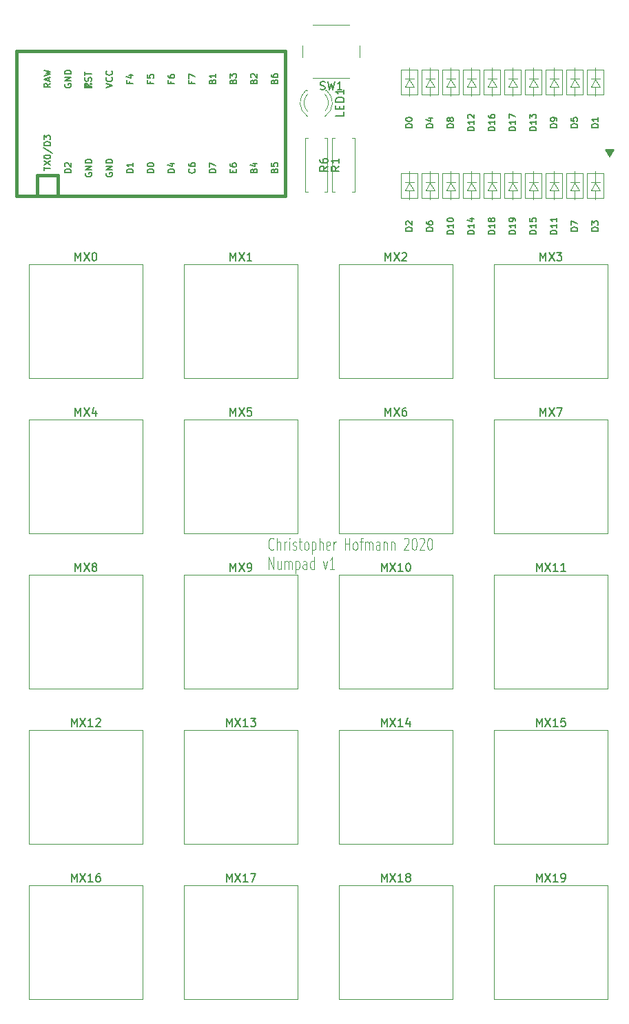
<source format=gbr>
G04 #@! TF.GenerationSoftware,KiCad,Pcbnew,(5.1.6)-1*
G04 #@! TF.CreationDate,2020-07-06T19:45:24+02:00*
G04 #@! TF.ProjectId,numpad,6e756d70-6164-42e6-9b69-6361645f7063,rev?*
G04 #@! TF.SameCoordinates,Original*
G04 #@! TF.FileFunction,Legend,Top*
G04 #@! TF.FilePolarity,Positive*
%FSLAX46Y46*%
G04 Gerber Fmt 4.6, Leading zero omitted, Abs format (unit mm)*
G04 Created by KiCad (PCBNEW (5.1.6)-1) date 2020-07-06 19:45:24*
%MOMM*%
%LPD*%
G01*
G04 APERTURE LIST*
%ADD10C,0.150000*%
%ADD11C,0.075000*%
%ADD12C,0.381000*%
%ADD13C,0.120000*%
G04 APERTURE END LIST*
D10*
G36*
X179598889Y-31968237D02*
G01*
X179073959Y-31180842D01*
X180071326Y-31180842D01*
X179598889Y-31968237D01*
G37*
X179598889Y-31968237D02*
X179073959Y-31180842D01*
X180071326Y-31180842D01*
X179598889Y-31968237D01*
D11*
X138272273Y-80145214D02*
X138224654Y-80216642D01*
X138081797Y-80288071D01*
X137986559Y-80288071D01*
X137843702Y-80216642D01*
X137748464Y-80073785D01*
X137700845Y-79930928D01*
X137653226Y-79645214D01*
X137653226Y-79430928D01*
X137700845Y-79145214D01*
X137748464Y-79002357D01*
X137843702Y-78859500D01*
X137986559Y-78788071D01*
X138081797Y-78788071D01*
X138224654Y-78859500D01*
X138272273Y-78930928D01*
X138700845Y-80288071D02*
X138700845Y-78788071D01*
X139129416Y-80288071D02*
X139129416Y-79502357D01*
X139081797Y-79359500D01*
X138986559Y-79288071D01*
X138843702Y-79288071D01*
X138748464Y-79359500D01*
X138700845Y-79430928D01*
X139605607Y-80288071D02*
X139605607Y-79288071D01*
X139605607Y-79573785D02*
X139653226Y-79430928D01*
X139700845Y-79359500D01*
X139796083Y-79288071D01*
X139891321Y-79288071D01*
X140224654Y-80288071D02*
X140224654Y-79288071D01*
X140224654Y-78788071D02*
X140177035Y-78859500D01*
X140224654Y-78930928D01*
X140272273Y-78859500D01*
X140224654Y-78788071D01*
X140224654Y-78930928D01*
X140653226Y-80216642D02*
X140748464Y-80288071D01*
X140938940Y-80288071D01*
X141034178Y-80216642D01*
X141081797Y-80073785D01*
X141081797Y-80002357D01*
X141034178Y-79859500D01*
X140938940Y-79788071D01*
X140796083Y-79788071D01*
X140700845Y-79716642D01*
X140653226Y-79573785D01*
X140653226Y-79502357D01*
X140700845Y-79359500D01*
X140796083Y-79288071D01*
X140938940Y-79288071D01*
X141034178Y-79359500D01*
X141367511Y-79288071D02*
X141748464Y-79288071D01*
X141510369Y-78788071D02*
X141510369Y-80073785D01*
X141557988Y-80216642D01*
X141653226Y-80288071D01*
X141748464Y-80288071D01*
X142224654Y-80288071D02*
X142129416Y-80216642D01*
X142081797Y-80145214D01*
X142034178Y-80002357D01*
X142034178Y-79573785D01*
X142081797Y-79430928D01*
X142129416Y-79359500D01*
X142224654Y-79288071D01*
X142367511Y-79288071D01*
X142462750Y-79359500D01*
X142510369Y-79430928D01*
X142557988Y-79573785D01*
X142557988Y-80002357D01*
X142510369Y-80145214D01*
X142462750Y-80216642D01*
X142367511Y-80288071D01*
X142224654Y-80288071D01*
X142986559Y-79288071D02*
X142986559Y-80788071D01*
X142986559Y-79359500D02*
X143081797Y-79288071D01*
X143272273Y-79288071D01*
X143367511Y-79359500D01*
X143415130Y-79430928D01*
X143462750Y-79573785D01*
X143462750Y-80002357D01*
X143415130Y-80145214D01*
X143367511Y-80216642D01*
X143272273Y-80288071D01*
X143081797Y-80288071D01*
X142986559Y-80216642D01*
X143891321Y-80288071D02*
X143891321Y-78788071D01*
X144319892Y-80288071D02*
X144319892Y-79502357D01*
X144272273Y-79359500D01*
X144177035Y-79288071D01*
X144034178Y-79288071D01*
X143938940Y-79359500D01*
X143891321Y-79430928D01*
X145177035Y-80216642D02*
X145081797Y-80288071D01*
X144891321Y-80288071D01*
X144796083Y-80216642D01*
X144748464Y-80073785D01*
X144748464Y-79502357D01*
X144796083Y-79359500D01*
X144891321Y-79288071D01*
X145081797Y-79288071D01*
X145177035Y-79359500D01*
X145224654Y-79502357D01*
X145224654Y-79645214D01*
X144748464Y-79788071D01*
X145653226Y-80288071D02*
X145653226Y-79288071D01*
X145653226Y-79573785D02*
X145700845Y-79430928D01*
X145748464Y-79359500D01*
X145843702Y-79288071D01*
X145938940Y-79288071D01*
X147034178Y-80288071D02*
X147034178Y-78788071D01*
X147034178Y-79502357D02*
X147605607Y-79502357D01*
X147605607Y-80288071D02*
X147605607Y-78788071D01*
X148224654Y-80288071D02*
X148129416Y-80216642D01*
X148081797Y-80145214D01*
X148034178Y-80002357D01*
X148034178Y-79573785D01*
X148081797Y-79430928D01*
X148129416Y-79359500D01*
X148224654Y-79288071D01*
X148367511Y-79288071D01*
X148462750Y-79359500D01*
X148510369Y-79430928D01*
X148557988Y-79573785D01*
X148557988Y-80002357D01*
X148510369Y-80145214D01*
X148462750Y-80216642D01*
X148367511Y-80288071D01*
X148224654Y-80288071D01*
X148843702Y-79288071D02*
X149224654Y-79288071D01*
X148986559Y-80288071D02*
X148986559Y-79002357D01*
X149034178Y-78859500D01*
X149129416Y-78788071D01*
X149224654Y-78788071D01*
X149557988Y-80288071D02*
X149557988Y-79288071D01*
X149557988Y-79430928D02*
X149605607Y-79359500D01*
X149700845Y-79288071D01*
X149843702Y-79288071D01*
X149938940Y-79359500D01*
X149986559Y-79502357D01*
X149986559Y-80288071D01*
X149986559Y-79502357D02*
X150034178Y-79359500D01*
X150129416Y-79288071D01*
X150272273Y-79288071D01*
X150367511Y-79359500D01*
X150415130Y-79502357D01*
X150415130Y-80288071D01*
X151319892Y-80288071D02*
X151319892Y-79502357D01*
X151272273Y-79359500D01*
X151177035Y-79288071D01*
X150986559Y-79288071D01*
X150891321Y-79359500D01*
X151319892Y-80216642D02*
X151224654Y-80288071D01*
X150986559Y-80288071D01*
X150891321Y-80216642D01*
X150843702Y-80073785D01*
X150843702Y-79930928D01*
X150891321Y-79788071D01*
X150986559Y-79716642D01*
X151224654Y-79716642D01*
X151319892Y-79645214D01*
X151796083Y-79288071D02*
X151796083Y-80288071D01*
X151796083Y-79430928D02*
X151843702Y-79359500D01*
X151938940Y-79288071D01*
X152081797Y-79288071D01*
X152177035Y-79359500D01*
X152224654Y-79502357D01*
X152224654Y-80288071D01*
X152700845Y-79288071D02*
X152700845Y-80288071D01*
X152700845Y-79430928D02*
X152748464Y-79359500D01*
X152843702Y-79288071D01*
X152986559Y-79288071D01*
X153081797Y-79359500D01*
X153129416Y-79502357D01*
X153129416Y-80288071D01*
X154319892Y-78930928D02*
X154367511Y-78859500D01*
X154462750Y-78788071D01*
X154700845Y-78788071D01*
X154796083Y-78859500D01*
X154843702Y-78930928D01*
X154891321Y-79073785D01*
X154891321Y-79216642D01*
X154843702Y-79430928D01*
X154272273Y-80288071D01*
X154891321Y-80288071D01*
X155510369Y-78788071D02*
X155605607Y-78788071D01*
X155700845Y-78859500D01*
X155748464Y-78930928D01*
X155796083Y-79073785D01*
X155843702Y-79359500D01*
X155843702Y-79716642D01*
X155796083Y-80002357D01*
X155748464Y-80145214D01*
X155700845Y-80216642D01*
X155605607Y-80288071D01*
X155510369Y-80288071D01*
X155415130Y-80216642D01*
X155367511Y-80145214D01*
X155319892Y-80002357D01*
X155272273Y-79716642D01*
X155272273Y-79359500D01*
X155319892Y-79073785D01*
X155367511Y-78930928D01*
X155415130Y-78859500D01*
X155510369Y-78788071D01*
X156224654Y-78930928D02*
X156272273Y-78859500D01*
X156367511Y-78788071D01*
X156605607Y-78788071D01*
X156700845Y-78859500D01*
X156748464Y-78930928D01*
X156796083Y-79073785D01*
X156796083Y-79216642D01*
X156748464Y-79430928D01*
X156177035Y-80288071D01*
X156796083Y-80288071D01*
X157415130Y-78788071D02*
X157510369Y-78788071D01*
X157605607Y-78859500D01*
X157653226Y-78930928D01*
X157700845Y-79073785D01*
X157748464Y-79359500D01*
X157748464Y-79716642D01*
X157700845Y-80002357D01*
X157653226Y-80145214D01*
X157605607Y-80216642D01*
X157510369Y-80288071D01*
X157415130Y-80288071D01*
X157319892Y-80216642D01*
X157272273Y-80145214D01*
X157224654Y-80002357D01*
X157177035Y-79716642D01*
X157177035Y-79359500D01*
X157224654Y-79073785D01*
X157272273Y-78930928D01*
X157319892Y-78859500D01*
X157415130Y-78788071D01*
X137700845Y-82613071D02*
X137700845Y-81113071D01*
X138272273Y-82613071D01*
X138272273Y-81113071D01*
X139177035Y-81613071D02*
X139177035Y-82613071D01*
X138748464Y-81613071D02*
X138748464Y-82398785D01*
X138796083Y-82541642D01*
X138891321Y-82613071D01*
X139034178Y-82613071D01*
X139129416Y-82541642D01*
X139177035Y-82470214D01*
X139653226Y-82613071D02*
X139653226Y-81613071D01*
X139653226Y-81755928D02*
X139700845Y-81684500D01*
X139796083Y-81613071D01*
X139938940Y-81613071D01*
X140034178Y-81684500D01*
X140081797Y-81827357D01*
X140081797Y-82613071D01*
X140081797Y-81827357D02*
X140129416Y-81684500D01*
X140224654Y-81613071D01*
X140367511Y-81613071D01*
X140462750Y-81684500D01*
X140510369Y-81827357D01*
X140510369Y-82613071D01*
X140986559Y-81613071D02*
X140986559Y-83113071D01*
X140986559Y-81684500D02*
X141081797Y-81613071D01*
X141272273Y-81613071D01*
X141367511Y-81684500D01*
X141415130Y-81755928D01*
X141462750Y-81898785D01*
X141462750Y-82327357D01*
X141415130Y-82470214D01*
X141367511Y-82541642D01*
X141272273Y-82613071D01*
X141081797Y-82613071D01*
X140986559Y-82541642D01*
X142319892Y-82613071D02*
X142319892Y-81827357D01*
X142272273Y-81684500D01*
X142177035Y-81613071D01*
X141986559Y-81613071D01*
X141891321Y-81684500D01*
X142319892Y-82541642D02*
X142224654Y-82613071D01*
X141986559Y-82613071D01*
X141891321Y-82541642D01*
X141843702Y-82398785D01*
X141843702Y-82255928D01*
X141891321Y-82113071D01*
X141986559Y-82041642D01*
X142224654Y-82041642D01*
X142319892Y-81970214D01*
X143224654Y-82613071D02*
X143224654Y-81113071D01*
X143224654Y-82541642D02*
X143129416Y-82613071D01*
X142938940Y-82613071D01*
X142843702Y-82541642D01*
X142796083Y-82470214D01*
X142748464Y-82327357D01*
X142748464Y-81898785D01*
X142796083Y-81755928D01*
X142843702Y-81684500D01*
X142938940Y-81613071D01*
X143129416Y-81613071D01*
X143224654Y-81684500D01*
X144367511Y-81613071D02*
X144605607Y-82613071D01*
X144843702Y-81613071D01*
X145748464Y-82613071D02*
X145177035Y-82613071D01*
X145462750Y-82613071D02*
X145462750Y-81113071D01*
X145367511Y-81327357D01*
X145272273Y-81470214D01*
X145177035Y-81541642D01*
D12*
X109220000Y-36830000D02*
X139700000Y-36830000D01*
X139700000Y-36830000D02*
X139700000Y-19050000D01*
X139700000Y-19050000D02*
X109220000Y-19050000D01*
X109220000Y-34290000D02*
X111760000Y-34290000D01*
X111760000Y-34290000D02*
X111760000Y-36830000D01*
D10*
G36*
X115099360Y-23008432D02*
G01*
X115399360Y-23008432D01*
X115399360Y-23108432D01*
X115099360Y-23108432D01*
X115099360Y-23008432D01*
G37*
X115099360Y-23008432D02*
X115399360Y-23008432D01*
X115399360Y-23108432D01*
X115099360Y-23108432D01*
X115099360Y-23008432D01*
G36*
X115499360Y-23208432D02*
G01*
X115599360Y-23208432D01*
X115599360Y-23308432D01*
X115499360Y-23308432D01*
X115499360Y-23208432D01*
G37*
X115499360Y-23208432D02*
X115599360Y-23208432D01*
X115599360Y-23308432D01*
X115499360Y-23308432D01*
X115499360Y-23208432D01*
G36*
X115099360Y-23008432D02*
G01*
X115199360Y-23008432D01*
X115199360Y-23508432D01*
X115099360Y-23508432D01*
X115099360Y-23008432D01*
G37*
X115099360Y-23008432D02*
X115199360Y-23008432D01*
X115199360Y-23508432D01*
X115099360Y-23508432D01*
X115099360Y-23008432D01*
G36*
X115099360Y-23408432D02*
G01*
X115899360Y-23408432D01*
X115899360Y-23508432D01*
X115099360Y-23508432D01*
X115099360Y-23408432D01*
G37*
X115099360Y-23408432D02*
X115899360Y-23408432D01*
X115899360Y-23508432D01*
X115099360Y-23508432D01*
X115099360Y-23408432D01*
G36*
X115699360Y-23008432D02*
G01*
X115899360Y-23008432D01*
X115899360Y-23108432D01*
X115699360Y-23108432D01*
X115699360Y-23008432D01*
G37*
X115699360Y-23008432D02*
X115899360Y-23008432D01*
X115899360Y-23108432D01*
X115699360Y-23108432D01*
X115699360Y-23008432D01*
D12*
X109220000Y-19050000D02*
X106680000Y-19050000D01*
X106680000Y-19050000D02*
X106680000Y-36830000D01*
X106680000Y-36830000D02*
X109220000Y-36830000D01*
X109220000Y-34290000D02*
X109220000Y-36830000D01*
D13*
X147590000Y-15836000D02*
X143090000Y-15836000D01*
X148840000Y-19836000D02*
X148840000Y-18336000D01*
X143090000Y-22336000D02*
X147590000Y-22336000D01*
X141840000Y-18336000D02*
X141840000Y-19836000D01*
X127254000Y-45212000D02*
X141224000Y-45212000D01*
X141224000Y-45212000D02*
X141224000Y-59182000D01*
X141224000Y-59182000D02*
X127254000Y-59182000D01*
X127254000Y-59182000D02*
X127254000Y-45212000D01*
X108204000Y-121412000D02*
X122174000Y-121412000D01*
X122174000Y-121412000D02*
X122174000Y-135382000D01*
X122174000Y-135382000D02*
X108204000Y-135382000D01*
X108204000Y-135382000D02*
X108204000Y-121412000D01*
X146304000Y-102362000D02*
X160274000Y-102362000D01*
X160274000Y-102362000D02*
X160274000Y-116332000D01*
X160274000Y-116332000D02*
X146304000Y-116332000D01*
X146304000Y-116332000D02*
X146304000Y-102362000D01*
X166640000Y-21390000D02*
X166640000Y-24360000D01*
X168640000Y-21380000D02*
X168630000Y-24370000D01*
X166640000Y-24370000D02*
X168630000Y-24370000D01*
X167650000Y-24580000D02*
X167650000Y-23460000D01*
X167650000Y-21120000D02*
X167650000Y-22400000D01*
X166640000Y-21380000D02*
X168640000Y-21380000D01*
X167650000Y-22510000D02*
X168190000Y-23460000D01*
X167640000Y-22520000D02*
X167110000Y-23430000D01*
X167110000Y-23460000D02*
X168190000Y-23460000D01*
X167110000Y-22410000D02*
X168190000Y-22410000D01*
X169180000Y-21390000D02*
X169180000Y-24360000D01*
X171180000Y-21380000D02*
X171170000Y-24370000D01*
X169180000Y-24370000D02*
X171170000Y-24370000D01*
X170190000Y-24580000D02*
X170190000Y-23460000D01*
X170190000Y-21120000D02*
X170190000Y-22400000D01*
X169180000Y-21380000D02*
X171180000Y-21380000D01*
X170190000Y-22510000D02*
X170730000Y-23460000D01*
X170180000Y-22520000D02*
X169650000Y-23430000D01*
X169650000Y-23460000D02*
X170730000Y-23460000D01*
X169650000Y-22410000D02*
X170730000Y-22410000D01*
X174260000Y-21390000D02*
X174260000Y-24360000D01*
X176260000Y-21380000D02*
X176250000Y-24370000D01*
X174260000Y-24370000D02*
X176250000Y-24370000D01*
X175270000Y-24580000D02*
X175270000Y-23460000D01*
X175270000Y-21120000D02*
X175270000Y-22400000D01*
X174260000Y-21380000D02*
X176260000Y-21380000D01*
X175270000Y-22510000D02*
X175810000Y-23460000D01*
X175260000Y-22520000D02*
X174730000Y-23430000D01*
X174730000Y-23460000D02*
X175810000Y-23460000D01*
X174730000Y-22410000D02*
X175810000Y-22410000D01*
X176800000Y-21390000D02*
X176800000Y-24360000D01*
X178800000Y-21380000D02*
X178790000Y-24370000D01*
X176800000Y-24370000D02*
X178790000Y-24370000D01*
X177810000Y-24580000D02*
X177810000Y-23460000D01*
X177810000Y-21120000D02*
X177810000Y-22400000D01*
X176800000Y-21380000D02*
X178800000Y-21380000D01*
X177810000Y-22510000D02*
X178350000Y-23460000D01*
X177800000Y-22520000D02*
X177270000Y-23430000D01*
X177270000Y-23460000D02*
X178350000Y-23460000D01*
X177270000Y-22410000D02*
X178350000Y-22410000D01*
X164100000Y-21390000D02*
X164100000Y-24360000D01*
X166100000Y-21380000D02*
X166090000Y-24370000D01*
X164100000Y-24370000D02*
X166090000Y-24370000D01*
X165110000Y-24580000D02*
X165110000Y-23460000D01*
X165110000Y-21120000D02*
X165110000Y-22400000D01*
X164100000Y-21380000D02*
X166100000Y-21380000D01*
X165110000Y-22510000D02*
X165650000Y-23460000D01*
X165100000Y-22520000D02*
X164570000Y-23430000D01*
X164570000Y-23460000D02*
X165650000Y-23460000D01*
X164570000Y-22410000D02*
X165650000Y-22410000D01*
X156480000Y-21390000D02*
X156480000Y-24360000D01*
X158480000Y-21380000D02*
X158470000Y-24370000D01*
X156480000Y-24370000D02*
X158470000Y-24370000D01*
X157490000Y-24580000D02*
X157490000Y-23460000D01*
X157490000Y-21120000D02*
X157490000Y-22400000D01*
X156480000Y-21380000D02*
X158480000Y-21380000D01*
X157490000Y-22510000D02*
X158030000Y-23460000D01*
X157480000Y-22520000D02*
X156950000Y-23430000D01*
X156950000Y-23460000D02*
X158030000Y-23460000D01*
X156950000Y-22410000D02*
X158030000Y-22410000D01*
X161560000Y-21390000D02*
X161560000Y-24360000D01*
X163560000Y-21380000D02*
X163550000Y-24370000D01*
X161560000Y-24370000D02*
X163550000Y-24370000D01*
X162570000Y-24580000D02*
X162570000Y-23460000D01*
X162570000Y-21120000D02*
X162570000Y-22400000D01*
X161560000Y-21380000D02*
X163560000Y-21380000D01*
X162570000Y-22510000D02*
X163110000Y-23460000D01*
X162560000Y-22520000D02*
X162030000Y-23430000D01*
X162030000Y-23460000D02*
X163110000Y-23460000D01*
X162030000Y-22410000D02*
X163110000Y-22410000D01*
X159020000Y-21390000D02*
X159020000Y-24360000D01*
X161020000Y-21380000D02*
X161010000Y-24370000D01*
X159020000Y-24370000D02*
X161010000Y-24370000D01*
X160030000Y-24580000D02*
X160030000Y-23460000D01*
X160030000Y-21120000D02*
X160030000Y-22400000D01*
X159020000Y-21380000D02*
X161020000Y-21380000D01*
X160030000Y-22510000D02*
X160570000Y-23460000D01*
X160020000Y-22520000D02*
X159490000Y-23430000D01*
X159490000Y-23460000D02*
X160570000Y-23460000D01*
X159490000Y-22410000D02*
X160570000Y-22410000D01*
X171720000Y-21390000D02*
X171720000Y-24360000D01*
X173720000Y-21380000D02*
X173710000Y-24370000D01*
X171720000Y-24370000D02*
X173710000Y-24370000D01*
X172730000Y-24580000D02*
X172730000Y-23460000D01*
X172730000Y-21120000D02*
X172730000Y-22400000D01*
X171720000Y-21380000D02*
X173720000Y-21380000D01*
X172730000Y-22510000D02*
X173270000Y-23460000D01*
X172720000Y-22520000D02*
X172190000Y-23430000D01*
X172190000Y-23460000D02*
X173270000Y-23460000D01*
X172190000Y-22410000D02*
X173270000Y-22410000D01*
X169180000Y-34090000D02*
X169180000Y-37060000D01*
X171180000Y-34080000D02*
X171170000Y-37070000D01*
X169180000Y-37070000D02*
X171170000Y-37070000D01*
X170190000Y-37280000D02*
X170190000Y-36160000D01*
X170190000Y-33820000D02*
X170190000Y-35100000D01*
X169180000Y-34080000D02*
X171180000Y-34080000D01*
X170190000Y-35210000D02*
X170730000Y-36160000D01*
X170180000Y-35220000D02*
X169650000Y-36130000D01*
X169650000Y-36160000D02*
X170730000Y-36160000D01*
X169650000Y-35110000D02*
X170730000Y-35110000D01*
X166640000Y-34090000D02*
X166640000Y-37060000D01*
X168640000Y-34080000D02*
X168630000Y-37070000D01*
X166640000Y-37070000D02*
X168630000Y-37070000D01*
X167650000Y-37280000D02*
X167650000Y-36160000D01*
X167650000Y-33820000D02*
X167650000Y-35100000D01*
X166640000Y-34080000D02*
X168640000Y-34080000D01*
X167650000Y-35210000D02*
X168190000Y-36160000D01*
X167640000Y-35220000D02*
X167110000Y-36130000D01*
X167110000Y-36160000D02*
X168190000Y-36160000D01*
X167110000Y-35110000D02*
X168190000Y-35110000D01*
X164100000Y-34090000D02*
X164100000Y-37060000D01*
X166100000Y-34080000D02*
X166090000Y-37070000D01*
X164100000Y-37070000D02*
X166090000Y-37070000D01*
X165110000Y-37280000D02*
X165110000Y-36160000D01*
X165110000Y-33820000D02*
X165110000Y-35100000D01*
X164100000Y-34080000D02*
X166100000Y-34080000D01*
X165110000Y-35210000D02*
X165650000Y-36160000D01*
X165100000Y-35220000D02*
X164570000Y-36130000D01*
X164570000Y-36160000D02*
X165650000Y-36160000D01*
X164570000Y-35110000D02*
X165650000Y-35110000D01*
X161560000Y-34090000D02*
X161560000Y-37060000D01*
X163560000Y-34080000D02*
X163550000Y-37070000D01*
X161560000Y-37070000D02*
X163550000Y-37070000D01*
X162570000Y-37280000D02*
X162570000Y-36160000D01*
X162570000Y-33820000D02*
X162570000Y-35100000D01*
X161560000Y-34080000D02*
X163560000Y-34080000D01*
X162570000Y-35210000D02*
X163110000Y-36160000D01*
X162560000Y-35220000D02*
X162030000Y-36130000D01*
X162030000Y-36160000D02*
X163110000Y-36160000D01*
X162030000Y-35110000D02*
X163110000Y-35110000D01*
X171720000Y-34090000D02*
X171720000Y-37060000D01*
X173720000Y-34080000D02*
X173710000Y-37070000D01*
X171720000Y-37070000D02*
X173710000Y-37070000D01*
X172730000Y-37280000D02*
X172730000Y-36160000D01*
X172730000Y-33820000D02*
X172730000Y-35100000D01*
X171720000Y-34080000D02*
X173720000Y-34080000D01*
X172730000Y-35210000D02*
X173270000Y-36160000D01*
X172720000Y-35220000D02*
X172190000Y-36130000D01*
X172190000Y-36160000D02*
X173270000Y-36160000D01*
X172190000Y-35110000D02*
X173270000Y-35110000D01*
X159020000Y-34090000D02*
X159020000Y-37060000D01*
X161020000Y-34080000D02*
X161010000Y-37070000D01*
X159020000Y-37070000D02*
X161010000Y-37070000D01*
X160030000Y-37280000D02*
X160030000Y-36160000D01*
X160030000Y-33820000D02*
X160030000Y-35100000D01*
X159020000Y-34080000D02*
X161020000Y-34080000D01*
X160030000Y-35210000D02*
X160570000Y-36160000D01*
X160020000Y-35220000D02*
X159490000Y-36130000D01*
X159490000Y-36160000D02*
X160570000Y-36160000D01*
X159490000Y-35110000D02*
X160570000Y-35110000D01*
X174260000Y-34090000D02*
X174260000Y-37060000D01*
X176260000Y-34080000D02*
X176250000Y-37070000D01*
X174260000Y-37070000D02*
X176250000Y-37070000D01*
X175270000Y-37280000D02*
X175270000Y-36160000D01*
X175270000Y-33820000D02*
X175270000Y-35100000D01*
X174260000Y-34080000D02*
X176260000Y-34080000D01*
X175270000Y-35210000D02*
X175810000Y-36160000D01*
X175260000Y-35220000D02*
X174730000Y-36130000D01*
X174730000Y-36160000D02*
X175810000Y-36160000D01*
X174730000Y-35110000D02*
X175810000Y-35110000D01*
X156480000Y-34090000D02*
X156480000Y-37060000D01*
X158480000Y-34080000D02*
X158470000Y-37070000D01*
X156480000Y-37070000D02*
X158470000Y-37070000D01*
X157490000Y-37280000D02*
X157490000Y-36160000D01*
X157490000Y-33820000D02*
X157490000Y-35100000D01*
X156480000Y-34080000D02*
X158480000Y-34080000D01*
X157490000Y-35210000D02*
X158030000Y-36160000D01*
X157480000Y-35220000D02*
X156950000Y-36130000D01*
X156950000Y-36160000D02*
X158030000Y-36160000D01*
X156950000Y-35110000D02*
X158030000Y-35110000D01*
X176800000Y-34090000D02*
X176800000Y-37060000D01*
X178800000Y-34080000D02*
X178790000Y-37070000D01*
X176800000Y-37070000D02*
X178790000Y-37070000D01*
X177810000Y-37280000D02*
X177810000Y-36160000D01*
X177810000Y-33820000D02*
X177810000Y-35100000D01*
X176800000Y-34080000D02*
X178800000Y-34080000D01*
X177810000Y-35210000D02*
X178350000Y-36160000D01*
X177800000Y-35220000D02*
X177270000Y-36130000D01*
X177270000Y-36160000D02*
X178350000Y-36160000D01*
X177270000Y-35110000D02*
X178350000Y-35110000D01*
X153940000Y-34090000D02*
X153940000Y-37060000D01*
X155940000Y-34080000D02*
X155930000Y-37070000D01*
X153940000Y-37070000D02*
X155930000Y-37070000D01*
X154950000Y-37280000D02*
X154950000Y-36160000D01*
X154950000Y-33820000D02*
X154950000Y-35100000D01*
X153940000Y-34080000D02*
X155940000Y-34080000D01*
X154950000Y-35210000D02*
X155490000Y-36160000D01*
X154940000Y-35220000D02*
X154410000Y-36130000D01*
X154410000Y-36160000D02*
X155490000Y-36160000D01*
X154410000Y-35110000D02*
X155490000Y-35110000D01*
X153940000Y-21390000D02*
X153940000Y-24360000D01*
X155940000Y-21380000D02*
X155930000Y-24370000D01*
X153940000Y-24370000D02*
X155930000Y-24370000D01*
X154950000Y-24580000D02*
X154950000Y-23460000D01*
X154950000Y-21120000D02*
X154950000Y-22400000D01*
X153940000Y-21380000D02*
X155940000Y-21380000D01*
X154950000Y-22510000D02*
X155490000Y-23460000D01*
X154940000Y-22520000D02*
X154410000Y-23430000D01*
X154410000Y-23460000D02*
X155490000Y-23460000D01*
X154410000Y-22410000D02*
X155490000Y-22410000D01*
X165354000Y-121412000D02*
X179324000Y-121412000D01*
X179324000Y-121412000D02*
X179324000Y-135382000D01*
X179324000Y-135382000D02*
X165354000Y-135382000D01*
X165354000Y-135382000D02*
X165354000Y-121412000D01*
X146304000Y-121412000D02*
X160274000Y-121412000D01*
X160274000Y-121412000D02*
X160274000Y-135382000D01*
X160274000Y-135382000D02*
X146304000Y-135382000D01*
X146304000Y-135382000D02*
X146304000Y-121412000D01*
X127254000Y-121412000D02*
X141224000Y-121412000D01*
X141224000Y-121412000D02*
X141224000Y-135382000D01*
X141224000Y-135382000D02*
X127254000Y-135382000D01*
X127254000Y-135382000D02*
X127254000Y-121412000D01*
X165354000Y-102362000D02*
X179324000Y-102362000D01*
X179324000Y-102362000D02*
X179324000Y-116332000D01*
X179324000Y-116332000D02*
X165354000Y-116332000D01*
X165354000Y-116332000D02*
X165354000Y-102362000D01*
X127254000Y-102362000D02*
X141224000Y-102362000D01*
X141224000Y-102362000D02*
X141224000Y-116332000D01*
X141224000Y-116332000D02*
X127254000Y-116332000D01*
X127254000Y-116332000D02*
X127254000Y-102362000D01*
X108204000Y-102362000D02*
X122174000Y-102362000D01*
X122174000Y-102362000D02*
X122174000Y-116332000D01*
X122174000Y-116332000D02*
X108204000Y-116332000D01*
X108204000Y-116332000D02*
X108204000Y-102362000D01*
X165354000Y-83312000D02*
X179324000Y-83312000D01*
X179324000Y-83312000D02*
X179324000Y-97282000D01*
X179324000Y-97282000D02*
X165354000Y-97282000D01*
X165354000Y-97282000D02*
X165354000Y-83312000D01*
X146304000Y-83312000D02*
X160274000Y-83312000D01*
X160274000Y-83312000D02*
X160274000Y-97282000D01*
X160274000Y-97282000D02*
X146304000Y-97282000D01*
X146304000Y-97282000D02*
X146304000Y-83312000D01*
X127254000Y-83312000D02*
X141224000Y-83312000D01*
X141224000Y-83312000D02*
X141224000Y-97282000D01*
X141224000Y-97282000D02*
X127254000Y-97282000D01*
X127254000Y-97282000D02*
X127254000Y-83312000D01*
X108204000Y-83312000D02*
X122174000Y-83312000D01*
X122174000Y-83312000D02*
X122174000Y-97282000D01*
X122174000Y-97282000D02*
X108204000Y-97282000D01*
X108204000Y-97282000D02*
X108204000Y-83312000D01*
X165354000Y-64262000D02*
X179324000Y-64262000D01*
X179324000Y-64262000D02*
X179324000Y-78232000D01*
X179324000Y-78232000D02*
X165354000Y-78232000D01*
X165354000Y-78232000D02*
X165354000Y-64262000D01*
X146304000Y-64262000D02*
X160274000Y-64262000D01*
X160274000Y-64262000D02*
X160274000Y-78232000D01*
X160274000Y-78232000D02*
X146304000Y-78232000D01*
X146304000Y-78232000D02*
X146304000Y-64262000D01*
X127254000Y-64262000D02*
X141224000Y-64262000D01*
X141224000Y-64262000D02*
X141224000Y-78232000D01*
X141224000Y-78232000D02*
X127254000Y-78232000D01*
X127254000Y-78232000D02*
X127254000Y-64262000D01*
X108204000Y-64262000D02*
X122174000Y-64262000D01*
X122174000Y-64262000D02*
X122174000Y-78232000D01*
X122174000Y-78232000D02*
X108204000Y-78232000D01*
X108204000Y-78232000D02*
X108204000Y-64262000D01*
X165354000Y-45212000D02*
X179324000Y-45212000D01*
X179324000Y-45212000D02*
X179324000Y-59182000D01*
X179324000Y-59182000D02*
X165354000Y-59182000D01*
X165354000Y-59182000D02*
X165354000Y-45212000D01*
X146304000Y-45212000D02*
X160274000Y-45212000D01*
X160274000Y-45212000D02*
X160274000Y-59182000D01*
X160274000Y-59182000D02*
X146304000Y-59182000D01*
X146304000Y-59182000D02*
X146304000Y-45212000D01*
X108204000Y-45212000D02*
X122174000Y-45212000D01*
X122174000Y-45212000D02*
X122174000Y-59182000D01*
X122174000Y-59182000D02*
X108204000Y-59182000D01*
X108204000Y-59182000D02*
X108204000Y-45212000D01*
X145824493Y-36290000D02*
X145494493Y-36290000D01*
X145494493Y-36290000D02*
X145494493Y-29750000D01*
X145494493Y-29750000D02*
X145824493Y-29750000D01*
X147904493Y-36290000D02*
X148234493Y-36290000D01*
X148234493Y-36290000D02*
X148234493Y-29750000D01*
X148234493Y-29750000D02*
X147904493Y-29750000D01*
X144550000Y-29750000D02*
X144880000Y-29750000D01*
X144880000Y-29750000D02*
X144880000Y-36290000D01*
X144880000Y-36290000D02*
X144550000Y-36290000D01*
X142470000Y-29750000D02*
X142140000Y-29750000D01*
X142140000Y-29750000D02*
X142140000Y-36290000D01*
X142140000Y-36290000D02*
X142470000Y-36290000D01*
X144746000Y-23840000D02*
X144590000Y-23840000D01*
X142430000Y-23840000D02*
X142274000Y-23840000D01*
X142430163Y-26441130D02*
G75*
G02*
X142430000Y-24359039I1079837J1041130D01*
G01*
X144589837Y-26441130D02*
G75*
G03*
X144590000Y-24359039I-1079837J1041130D01*
G01*
X142431392Y-27072335D02*
G75*
G02*
X142274484Y-23840000I1078608J1672335D01*
G01*
X144588608Y-27072335D02*
G75*
G03*
X144745516Y-23840000I-1078608J1672335D01*
G01*
D10*
X110051904Y-33702348D02*
X110051904Y-33245205D01*
X110851904Y-33473776D02*
X110051904Y-33473776D01*
X110051904Y-33054729D02*
X110851904Y-32521395D01*
X110051904Y-32521395D02*
X110851904Y-33054729D01*
X110051904Y-32064252D02*
X110051904Y-31988062D01*
X110090000Y-31911872D01*
X110128095Y-31873776D01*
X110204285Y-31835681D01*
X110356666Y-31797586D01*
X110547142Y-31797586D01*
X110699523Y-31835681D01*
X110775714Y-31873776D01*
X110813809Y-31911872D01*
X110851904Y-31988062D01*
X110851904Y-32064252D01*
X110813809Y-32140443D01*
X110775714Y-32178538D01*
X110699523Y-32216633D01*
X110547142Y-32254729D01*
X110356666Y-32254729D01*
X110204285Y-32216633D01*
X110128095Y-32178538D01*
X110090000Y-32140443D01*
X110051904Y-32064252D01*
X110013809Y-30883300D02*
X111042380Y-31569014D01*
X110851904Y-30616633D02*
X110051904Y-30616633D01*
X110051904Y-30426157D01*
X110090000Y-30311872D01*
X110166190Y-30235681D01*
X110242380Y-30197586D01*
X110394761Y-30159491D01*
X110509047Y-30159491D01*
X110661428Y-30197586D01*
X110737619Y-30235681D01*
X110813809Y-30311872D01*
X110851904Y-30426157D01*
X110851904Y-30616633D01*
X110051904Y-29892824D02*
X110051904Y-29397586D01*
X110356666Y-29664252D01*
X110356666Y-29549967D01*
X110394761Y-29473776D01*
X110432857Y-29435681D01*
X110509047Y-29397586D01*
X110699523Y-29397586D01*
X110775714Y-29435681D01*
X110813809Y-29473776D01*
X110851904Y-29549967D01*
X110851904Y-29778538D01*
X110813809Y-29854729D01*
X110775714Y-29892824D01*
X113391904Y-33991476D02*
X112591904Y-33991476D01*
X112591904Y-33801000D01*
X112630000Y-33686714D01*
X112706190Y-33610523D01*
X112782380Y-33572428D01*
X112934761Y-33534333D01*
X113049047Y-33534333D01*
X113201428Y-33572428D01*
X113277619Y-33610523D01*
X113353809Y-33686714D01*
X113391904Y-33801000D01*
X113391904Y-33991476D01*
X112668095Y-33229571D02*
X112630000Y-33191476D01*
X112591904Y-33115285D01*
X112591904Y-32924809D01*
X112630000Y-32848619D01*
X112668095Y-32810523D01*
X112744285Y-32772428D01*
X112820476Y-32772428D01*
X112934761Y-32810523D01*
X113391904Y-33267666D01*
X113391904Y-32772428D01*
X123551904Y-33991476D02*
X122751904Y-33991476D01*
X122751904Y-33801000D01*
X122790000Y-33686714D01*
X122866190Y-33610523D01*
X122942380Y-33572428D01*
X123094761Y-33534333D01*
X123209047Y-33534333D01*
X123361428Y-33572428D01*
X123437619Y-33610523D01*
X123513809Y-33686714D01*
X123551904Y-33801000D01*
X123551904Y-33991476D01*
X122751904Y-33039095D02*
X122751904Y-32962904D01*
X122790000Y-32886714D01*
X122828095Y-32848619D01*
X122904285Y-32810523D01*
X123056666Y-32772428D01*
X123247142Y-32772428D01*
X123399523Y-32810523D01*
X123475714Y-32848619D01*
X123513809Y-32886714D01*
X123551904Y-32962904D01*
X123551904Y-33039095D01*
X123513809Y-33115285D01*
X123475714Y-33153380D01*
X123399523Y-33191476D01*
X123247142Y-33229571D01*
X123056666Y-33229571D01*
X122904285Y-33191476D01*
X122828095Y-33153380D01*
X122790000Y-33115285D01*
X122751904Y-33039095D01*
X121011904Y-33991476D02*
X120211904Y-33991476D01*
X120211904Y-33801000D01*
X120250000Y-33686714D01*
X120326190Y-33610523D01*
X120402380Y-33572428D01*
X120554761Y-33534333D01*
X120669047Y-33534333D01*
X120821428Y-33572428D01*
X120897619Y-33610523D01*
X120973809Y-33686714D01*
X121011904Y-33801000D01*
X121011904Y-33991476D01*
X121011904Y-32772428D02*
X121011904Y-33229571D01*
X121011904Y-33001000D02*
X120211904Y-33001000D01*
X120326190Y-33077190D01*
X120402380Y-33153380D01*
X120440476Y-33229571D01*
X117710000Y-34010523D02*
X117671904Y-34086714D01*
X117671904Y-34201000D01*
X117710000Y-34315285D01*
X117786190Y-34391476D01*
X117862380Y-34429571D01*
X118014761Y-34467666D01*
X118129047Y-34467666D01*
X118281428Y-34429571D01*
X118357619Y-34391476D01*
X118433809Y-34315285D01*
X118471904Y-34201000D01*
X118471904Y-34124809D01*
X118433809Y-34010523D01*
X118395714Y-33972428D01*
X118129047Y-33972428D01*
X118129047Y-34124809D01*
X118471904Y-33629571D02*
X117671904Y-33629571D01*
X118471904Y-33172428D01*
X117671904Y-33172428D01*
X118471904Y-32791476D02*
X117671904Y-32791476D01*
X117671904Y-32601000D01*
X117710000Y-32486714D01*
X117786190Y-32410523D01*
X117862380Y-32372428D01*
X118014761Y-32334333D01*
X118129047Y-32334333D01*
X118281428Y-32372428D01*
X118357619Y-32410523D01*
X118433809Y-32486714D01*
X118471904Y-32601000D01*
X118471904Y-32791476D01*
X115170000Y-34010523D02*
X115131904Y-34086714D01*
X115131904Y-34201000D01*
X115170000Y-34315285D01*
X115246190Y-34391476D01*
X115322380Y-34429571D01*
X115474761Y-34467666D01*
X115589047Y-34467666D01*
X115741428Y-34429571D01*
X115817619Y-34391476D01*
X115893809Y-34315285D01*
X115931904Y-34201000D01*
X115931904Y-34124809D01*
X115893809Y-34010523D01*
X115855714Y-33972428D01*
X115589047Y-33972428D01*
X115589047Y-34124809D01*
X115931904Y-33629571D02*
X115131904Y-33629571D01*
X115931904Y-33172428D01*
X115131904Y-33172428D01*
X115931904Y-32791476D02*
X115131904Y-32791476D01*
X115131904Y-32601000D01*
X115170000Y-32486714D01*
X115246190Y-32410523D01*
X115322380Y-32372428D01*
X115474761Y-32334333D01*
X115589047Y-32334333D01*
X115741428Y-32372428D01*
X115817619Y-32410523D01*
X115893809Y-32486714D01*
X115931904Y-32601000D01*
X115931904Y-32791476D01*
X126091904Y-33991476D02*
X125291904Y-33991476D01*
X125291904Y-33801000D01*
X125330000Y-33686714D01*
X125406190Y-33610523D01*
X125482380Y-33572428D01*
X125634761Y-33534333D01*
X125749047Y-33534333D01*
X125901428Y-33572428D01*
X125977619Y-33610523D01*
X126053809Y-33686714D01*
X126091904Y-33801000D01*
X126091904Y-33991476D01*
X125558571Y-32848619D02*
X126091904Y-32848619D01*
X125253809Y-33039095D02*
X125825238Y-33229571D01*
X125825238Y-32734333D01*
X128555714Y-33534333D02*
X128593809Y-33572428D01*
X128631904Y-33686714D01*
X128631904Y-33762904D01*
X128593809Y-33877190D01*
X128517619Y-33953380D01*
X128441428Y-33991476D01*
X128289047Y-34029571D01*
X128174761Y-34029571D01*
X128022380Y-33991476D01*
X127946190Y-33953380D01*
X127870000Y-33877190D01*
X127831904Y-33762904D01*
X127831904Y-33686714D01*
X127870000Y-33572428D01*
X127908095Y-33534333D01*
X127831904Y-32848619D02*
X127831904Y-33001000D01*
X127870000Y-33077190D01*
X127908095Y-33115285D01*
X128022380Y-33191476D01*
X128174761Y-33229571D01*
X128479523Y-33229571D01*
X128555714Y-33191476D01*
X128593809Y-33153380D01*
X128631904Y-33077190D01*
X128631904Y-32924809D01*
X128593809Y-32848619D01*
X128555714Y-32810523D01*
X128479523Y-32772428D01*
X128289047Y-32772428D01*
X128212857Y-32810523D01*
X128174761Y-32848619D01*
X128136666Y-32924809D01*
X128136666Y-33077190D01*
X128174761Y-33153380D01*
X128212857Y-33191476D01*
X128289047Y-33229571D01*
X131171904Y-33991476D02*
X130371904Y-33991476D01*
X130371904Y-33801000D01*
X130410000Y-33686714D01*
X130486190Y-33610523D01*
X130562380Y-33572428D01*
X130714761Y-33534333D01*
X130829047Y-33534333D01*
X130981428Y-33572428D01*
X131057619Y-33610523D01*
X131133809Y-33686714D01*
X131171904Y-33801000D01*
X131171904Y-33991476D01*
X130371904Y-33267666D02*
X130371904Y-32734333D01*
X131171904Y-33077190D01*
X133292857Y-33953380D02*
X133292857Y-33686714D01*
X133711904Y-33572428D02*
X133711904Y-33953380D01*
X132911904Y-33953380D01*
X132911904Y-33572428D01*
X132911904Y-32886714D02*
X132911904Y-33039095D01*
X132950000Y-33115285D01*
X132988095Y-33153380D01*
X133102380Y-33229571D01*
X133254761Y-33267666D01*
X133559523Y-33267666D01*
X133635714Y-33229571D01*
X133673809Y-33191476D01*
X133711904Y-33115285D01*
X133711904Y-32962904D01*
X133673809Y-32886714D01*
X133635714Y-32848619D01*
X133559523Y-32810523D01*
X133369047Y-32810523D01*
X133292857Y-32848619D01*
X133254761Y-32886714D01*
X133216666Y-32962904D01*
X133216666Y-33115285D01*
X133254761Y-33191476D01*
X133292857Y-33229571D01*
X133369047Y-33267666D01*
X135832857Y-33724809D02*
X135870952Y-33610523D01*
X135909047Y-33572428D01*
X135985238Y-33534333D01*
X136099523Y-33534333D01*
X136175714Y-33572428D01*
X136213809Y-33610523D01*
X136251904Y-33686714D01*
X136251904Y-33991476D01*
X135451904Y-33991476D01*
X135451904Y-33724809D01*
X135490000Y-33648619D01*
X135528095Y-33610523D01*
X135604285Y-33572428D01*
X135680476Y-33572428D01*
X135756666Y-33610523D01*
X135794761Y-33648619D01*
X135832857Y-33724809D01*
X135832857Y-33991476D01*
X135718571Y-32848619D02*
X136251904Y-32848619D01*
X135413809Y-33039095D02*
X135985238Y-33229571D01*
X135985238Y-32734333D01*
X138372857Y-33724809D02*
X138410952Y-33610523D01*
X138449047Y-33572428D01*
X138525238Y-33534333D01*
X138639523Y-33534333D01*
X138715714Y-33572428D01*
X138753809Y-33610523D01*
X138791904Y-33686714D01*
X138791904Y-33991476D01*
X137991904Y-33991476D01*
X137991904Y-33724809D01*
X138030000Y-33648619D01*
X138068095Y-33610523D01*
X138144285Y-33572428D01*
X138220476Y-33572428D01*
X138296666Y-33610523D01*
X138334761Y-33648619D01*
X138372857Y-33724809D01*
X138372857Y-33991476D01*
X137991904Y-32810523D02*
X137991904Y-33191476D01*
X138372857Y-33229571D01*
X138334761Y-33191476D01*
X138296666Y-33115285D01*
X138296666Y-32924809D01*
X138334761Y-32848619D01*
X138372857Y-32810523D01*
X138449047Y-32772428D01*
X138639523Y-32772428D01*
X138715714Y-32810523D01*
X138753809Y-32848619D01*
X138791904Y-32924809D01*
X138791904Y-33115285D01*
X138753809Y-33191476D01*
X138715714Y-33229571D01*
X138372857Y-22802809D02*
X138410952Y-22688523D01*
X138449047Y-22650428D01*
X138525238Y-22612333D01*
X138639523Y-22612333D01*
X138715714Y-22650428D01*
X138753809Y-22688523D01*
X138791904Y-22764714D01*
X138791904Y-23069476D01*
X137991904Y-23069476D01*
X137991904Y-22802809D01*
X138030000Y-22726619D01*
X138068095Y-22688523D01*
X138144285Y-22650428D01*
X138220476Y-22650428D01*
X138296666Y-22688523D01*
X138334761Y-22726619D01*
X138372857Y-22802809D01*
X138372857Y-23069476D01*
X137991904Y-21926619D02*
X137991904Y-22079000D01*
X138030000Y-22155190D01*
X138068095Y-22193285D01*
X138182380Y-22269476D01*
X138334761Y-22307571D01*
X138639523Y-22307571D01*
X138715714Y-22269476D01*
X138753809Y-22231380D01*
X138791904Y-22155190D01*
X138791904Y-22002809D01*
X138753809Y-21926619D01*
X138715714Y-21888523D01*
X138639523Y-21850428D01*
X138449047Y-21850428D01*
X138372857Y-21888523D01*
X138334761Y-21926619D01*
X138296666Y-22002809D01*
X138296666Y-22155190D01*
X138334761Y-22231380D01*
X138372857Y-22269476D01*
X138449047Y-22307571D01*
X133292857Y-22802809D02*
X133330952Y-22688523D01*
X133369047Y-22650428D01*
X133445238Y-22612333D01*
X133559523Y-22612333D01*
X133635714Y-22650428D01*
X133673809Y-22688523D01*
X133711904Y-22764714D01*
X133711904Y-23069476D01*
X132911904Y-23069476D01*
X132911904Y-22802809D01*
X132950000Y-22726619D01*
X132988095Y-22688523D01*
X133064285Y-22650428D01*
X133140476Y-22650428D01*
X133216666Y-22688523D01*
X133254761Y-22726619D01*
X133292857Y-22802809D01*
X133292857Y-23069476D01*
X132911904Y-22345666D02*
X132911904Y-21850428D01*
X133216666Y-22117095D01*
X133216666Y-22002809D01*
X133254761Y-21926619D01*
X133292857Y-21888523D01*
X133369047Y-21850428D01*
X133559523Y-21850428D01*
X133635714Y-21888523D01*
X133673809Y-21926619D01*
X133711904Y-22002809D01*
X133711904Y-22231380D01*
X133673809Y-22307571D01*
X133635714Y-22345666D01*
X130752857Y-22802809D02*
X130790952Y-22688523D01*
X130829047Y-22650428D01*
X130905238Y-22612333D01*
X131019523Y-22612333D01*
X131095714Y-22650428D01*
X131133809Y-22688523D01*
X131171904Y-22764714D01*
X131171904Y-23069476D01*
X130371904Y-23069476D01*
X130371904Y-22802809D01*
X130410000Y-22726619D01*
X130448095Y-22688523D01*
X130524285Y-22650428D01*
X130600476Y-22650428D01*
X130676666Y-22688523D01*
X130714761Y-22726619D01*
X130752857Y-22802809D01*
X130752857Y-23069476D01*
X131171904Y-21850428D02*
X131171904Y-22307571D01*
X131171904Y-22079000D02*
X130371904Y-22079000D01*
X130486190Y-22155190D01*
X130562380Y-22231380D01*
X130600476Y-22307571D01*
X120592857Y-22745666D02*
X120592857Y-23012333D01*
X121011904Y-23012333D02*
X120211904Y-23012333D01*
X120211904Y-22631380D01*
X120478571Y-21983761D02*
X121011904Y-21983761D01*
X120173809Y-22174238D02*
X120745238Y-22364714D01*
X120745238Y-21869476D01*
X117671904Y-23545666D02*
X118471904Y-23279000D01*
X117671904Y-23012333D01*
X118395714Y-22288523D02*
X118433809Y-22326619D01*
X118471904Y-22440904D01*
X118471904Y-22517095D01*
X118433809Y-22631380D01*
X118357619Y-22707571D01*
X118281428Y-22745666D01*
X118129047Y-22783761D01*
X118014761Y-22783761D01*
X117862380Y-22745666D01*
X117786190Y-22707571D01*
X117710000Y-22631380D01*
X117671904Y-22517095D01*
X117671904Y-22440904D01*
X117710000Y-22326619D01*
X117748095Y-22288523D01*
X118395714Y-21488523D02*
X118433809Y-21526619D01*
X118471904Y-21640904D01*
X118471904Y-21717095D01*
X118433809Y-21831380D01*
X118357619Y-21907571D01*
X118281428Y-21945666D01*
X118129047Y-21983761D01*
X118014761Y-21983761D01*
X117862380Y-21945666D01*
X117786190Y-21907571D01*
X117710000Y-21831380D01*
X117671904Y-21717095D01*
X117671904Y-21640904D01*
X117710000Y-21526619D01*
X117748095Y-21488523D01*
X115863809Y-22740213D02*
X115901904Y-22625927D01*
X115901904Y-22435451D01*
X115863809Y-22359260D01*
X115825714Y-22321165D01*
X115749523Y-22283070D01*
X115673333Y-22283070D01*
X115597142Y-22321165D01*
X115559047Y-22359260D01*
X115520952Y-22435451D01*
X115482857Y-22587832D01*
X115444761Y-22664022D01*
X115406666Y-22702118D01*
X115330476Y-22740213D01*
X115254285Y-22740213D01*
X115178095Y-22702118D01*
X115140000Y-22664022D01*
X115101904Y-22587832D01*
X115101904Y-22397356D01*
X115140000Y-22283070D01*
X115101904Y-22054499D02*
X115101904Y-21597356D01*
X115901904Y-21825927D02*
X115101904Y-21825927D01*
X112630000Y-23088523D02*
X112591904Y-23164714D01*
X112591904Y-23279000D01*
X112630000Y-23393285D01*
X112706190Y-23469476D01*
X112782380Y-23507571D01*
X112934761Y-23545666D01*
X113049047Y-23545666D01*
X113201428Y-23507571D01*
X113277619Y-23469476D01*
X113353809Y-23393285D01*
X113391904Y-23279000D01*
X113391904Y-23202809D01*
X113353809Y-23088523D01*
X113315714Y-23050428D01*
X113049047Y-23050428D01*
X113049047Y-23202809D01*
X113391904Y-22707571D02*
X112591904Y-22707571D01*
X113391904Y-22250428D01*
X112591904Y-22250428D01*
X113391904Y-21869476D02*
X112591904Y-21869476D01*
X112591904Y-21679000D01*
X112630000Y-21564714D01*
X112706190Y-21488523D01*
X112782380Y-21450428D01*
X112934761Y-21412333D01*
X113049047Y-21412333D01*
X113201428Y-21450428D01*
X113277619Y-21488523D01*
X113353809Y-21564714D01*
X113391904Y-21679000D01*
X113391904Y-21869476D01*
X110851904Y-23031380D02*
X110470952Y-23298047D01*
X110851904Y-23488523D02*
X110051904Y-23488523D01*
X110051904Y-23183761D01*
X110090000Y-23107571D01*
X110128095Y-23069476D01*
X110204285Y-23031380D01*
X110318571Y-23031380D01*
X110394761Y-23069476D01*
X110432857Y-23107571D01*
X110470952Y-23183761D01*
X110470952Y-23488523D01*
X110623333Y-22726619D02*
X110623333Y-22345666D01*
X110851904Y-22802809D02*
X110051904Y-22536142D01*
X110851904Y-22269476D01*
X110051904Y-22079000D02*
X110851904Y-21888523D01*
X110280476Y-21736142D01*
X110851904Y-21583761D01*
X110051904Y-21393285D01*
X123132857Y-22745666D02*
X123132857Y-23012333D01*
X123551904Y-23012333D02*
X122751904Y-23012333D01*
X122751904Y-22631380D01*
X122751904Y-21945666D02*
X122751904Y-22326619D01*
X123132857Y-22364714D01*
X123094761Y-22326619D01*
X123056666Y-22250428D01*
X123056666Y-22059952D01*
X123094761Y-21983761D01*
X123132857Y-21945666D01*
X123209047Y-21907571D01*
X123399523Y-21907571D01*
X123475714Y-21945666D01*
X123513809Y-21983761D01*
X123551904Y-22059952D01*
X123551904Y-22250428D01*
X123513809Y-22326619D01*
X123475714Y-22364714D01*
X125672857Y-22745666D02*
X125672857Y-23012333D01*
X126091904Y-23012333D02*
X125291904Y-23012333D01*
X125291904Y-22631380D01*
X125291904Y-21983761D02*
X125291904Y-22136142D01*
X125330000Y-22212333D01*
X125368095Y-22250428D01*
X125482380Y-22326619D01*
X125634761Y-22364714D01*
X125939523Y-22364714D01*
X126015714Y-22326619D01*
X126053809Y-22288523D01*
X126091904Y-22212333D01*
X126091904Y-22059952D01*
X126053809Y-21983761D01*
X126015714Y-21945666D01*
X125939523Y-21907571D01*
X125749047Y-21907571D01*
X125672857Y-21945666D01*
X125634761Y-21983761D01*
X125596666Y-22059952D01*
X125596666Y-22212333D01*
X125634761Y-22288523D01*
X125672857Y-22326619D01*
X125749047Y-22364714D01*
X128212857Y-22745666D02*
X128212857Y-23012333D01*
X128631904Y-23012333D02*
X127831904Y-23012333D01*
X127831904Y-22631380D01*
X127831904Y-22402809D02*
X127831904Y-21869476D01*
X128631904Y-22212333D01*
X135832857Y-22802809D02*
X135870952Y-22688523D01*
X135909047Y-22650428D01*
X135985238Y-22612333D01*
X136099523Y-22612333D01*
X136175714Y-22650428D01*
X136213809Y-22688523D01*
X136251904Y-22764714D01*
X136251904Y-23069476D01*
X135451904Y-23069476D01*
X135451904Y-22802809D01*
X135490000Y-22726619D01*
X135528095Y-22688523D01*
X135604285Y-22650428D01*
X135680476Y-22650428D01*
X135756666Y-22688523D01*
X135794761Y-22726619D01*
X135832857Y-22802809D01*
X135832857Y-23069476D01*
X135528095Y-22307571D02*
X135490000Y-22269476D01*
X135451904Y-22193285D01*
X135451904Y-22002809D01*
X135490000Y-21926619D01*
X135528095Y-21888523D01*
X135604285Y-21850428D01*
X135680476Y-21850428D01*
X135794761Y-21888523D01*
X136251904Y-22345666D01*
X136251904Y-21850428D01*
X144006666Y-23740761D02*
X144149523Y-23788380D01*
X144387619Y-23788380D01*
X144482857Y-23740761D01*
X144530476Y-23693142D01*
X144578095Y-23597904D01*
X144578095Y-23502666D01*
X144530476Y-23407428D01*
X144482857Y-23359809D01*
X144387619Y-23312190D01*
X144197142Y-23264571D01*
X144101904Y-23216952D01*
X144054285Y-23169333D01*
X144006666Y-23074095D01*
X144006666Y-22978857D01*
X144054285Y-22883619D01*
X144101904Y-22836000D01*
X144197142Y-22788380D01*
X144435238Y-22788380D01*
X144578095Y-22836000D01*
X144911428Y-22788380D02*
X145149523Y-23788380D01*
X145340000Y-23074095D01*
X145530476Y-23788380D01*
X145768571Y-22788380D01*
X146673333Y-23788380D02*
X146101904Y-23788380D01*
X146387619Y-23788380D02*
X146387619Y-22788380D01*
X146292380Y-22931238D01*
X146197142Y-23026476D01*
X146101904Y-23074095D01*
X132953285Y-44775380D02*
X132953285Y-43775380D01*
X133286619Y-44489666D01*
X133619952Y-43775380D01*
X133619952Y-44775380D01*
X134000904Y-43775380D02*
X134667571Y-44775380D01*
X134667571Y-43775380D02*
X134000904Y-44775380D01*
X135572333Y-44775380D02*
X135000904Y-44775380D01*
X135286619Y-44775380D02*
X135286619Y-43775380D01*
X135191380Y-43918238D01*
X135096142Y-44013476D01*
X135000904Y-44061095D01*
X113427095Y-120975380D02*
X113427095Y-119975380D01*
X113760428Y-120689666D01*
X114093761Y-119975380D01*
X114093761Y-120975380D01*
X114474714Y-119975380D02*
X115141380Y-120975380D01*
X115141380Y-119975380D02*
X114474714Y-120975380D01*
X116046142Y-120975380D02*
X115474714Y-120975380D01*
X115760428Y-120975380D02*
X115760428Y-119975380D01*
X115665190Y-120118238D01*
X115569952Y-120213476D01*
X115474714Y-120261095D01*
X116903285Y-119975380D02*
X116712809Y-119975380D01*
X116617571Y-120023000D01*
X116569952Y-120070619D01*
X116474714Y-120213476D01*
X116427095Y-120403952D01*
X116427095Y-120784904D01*
X116474714Y-120880142D01*
X116522333Y-120927761D01*
X116617571Y-120975380D01*
X116808047Y-120975380D01*
X116903285Y-120927761D01*
X116950904Y-120880142D01*
X116998523Y-120784904D01*
X116998523Y-120546809D01*
X116950904Y-120451571D01*
X116903285Y-120403952D01*
X116808047Y-120356333D01*
X116617571Y-120356333D01*
X116522333Y-120403952D01*
X116474714Y-120451571D01*
X116427095Y-120546809D01*
X151527095Y-101925380D02*
X151527095Y-100925380D01*
X151860428Y-101639666D01*
X152193761Y-100925380D01*
X152193761Y-101925380D01*
X152574714Y-100925380D02*
X153241380Y-101925380D01*
X153241380Y-100925380D02*
X152574714Y-101925380D01*
X154146142Y-101925380D02*
X153574714Y-101925380D01*
X153860428Y-101925380D02*
X153860428Y-100925380D01*
X153765190Y-101068238D01*
X153669952Y-101163476D01*
X153574714Y-101211095D01*
X155003285Y-101258714D02*
X155003285Y-101925380D01*
X154765190Y-100877761D02*
X154527095Y-101592047D01*
X155146142Y-101592047D01*
X168001904Y-28791428D02*
X167201904Y-28791428D01*
X167201904Y-28600952D01*
X167240000Y-28486666D01*
X167316190Y-28410476D01*
X167392380Y-28372380D01*
X167544761Y-28334285D01*
X167659047Y-28334285D01*
X167811428Y-28372380D01*
X167887619Y-28410476D01*
X167963809Y-28486666D01*
X168001904Y-28600952D01*
X168001904Y-28791428D01*
X168001904Y-27572380D02*
X168001904Y-28029523D01*
X168001904Y-27800952D02*
X167201904Y-27800952D01*
X167316190Y-27877142D01*
X167392380Y-27953333D01*
X167430476Y-28029523D01*
X167201904Y-27305714D02*
X167201904Y-26772380D01*
X168001904Y-27115238D01*
X170541904Y-28791428D02*
X169741904Y-28791428D01*
X169741904Y-28600952D01*
X169780000Y-28486666D01*
X169856190Y-28410476D01*
X169932380Y-28372380D01*
X170084761Y-28334285D01*
X170199047Y-28334285D01*
X170351428Y-28372380D01*
X170427619Y-28410476D01*
X170503809Y-28486666D01*
X170541904Y-28600952D01*
X170541904Y-28791428D01*
X170541904Y-27572380D02*
X170541904Y-28029523D01*
X170541904Y-27800952D02*
X169741904Y-27800952D01*
X169856190Y-27877142D01*
X169932380Y-27953333D01*
X169970476Y-28029523D01*
X169741904Y-27305714D02*
X169741904Y-26810476D01*
X170046666Y-27077142D01*
X170046666Y-26962857D01*
X170084761Y-26886666D01*
X170122857Y-26848571D01*
X170199047Y-26810476D01*
X170389523Y-26810476D01*
X170465714Y-26848571D01*
X170503809Y-26886666D01*
X170541904Y-26962857D01*
X170541904Y-27191428D01*
X170503809Y-27267619D01*
X170465714Y-27305714D01*
X175621904Y-28410476D02*
X174821904Y-28410476D01*
X174821904Y-28220000D01*
X174860000Y-28105714D01*
X174936190Y-28029523D01*
X175012380Y-27991428D01*
X175164761Y-27953333D01*
X175279047Y-27953333D01*
X175431428Y-27991428D01*
X175507619Y-28029523D01*
X175583809Y-28105714D01*
X175621904Y-28220000D01*
X175621904Y-28410476D01*
X174821904Y-27229523D02*
X174821904Y-27610476D01*
X175202857Y-27648571D01*
X175164761Y-27610476D01*
X175126666Y-27534285D01*
X175126666Y-27343809D01*
X175164761Y-27267619D01*
X175202857Y-27229523D01*
X175279047Y-27191428D01*
X175469523Y-27191428D01*
X175545714Y-27229523D01*
X175583809Y-27267619D01*
X175621904Y-27343809D01*
X175621904Y-27534285D01*
X175583809Y-27610476D01*
X175545714Y-27648571D01*
X178161904Y-28410476D02*
X177361904Y-28410476D01*
X177361904Y-28220000D01*
X177400000Y-28105714D01*
X177476190Y-28029523D01*
X177552380Y-27991428D01*
X177704761Y-27953333D01*
X177819047Y-27953333D01*
X177971428Y-27991428D01*
X178047619Y-28029523D01*
X178123809Y-28105714D01*
X178161904Y-28220000D01*
X178161904Y-28410476D01*
X178161904Y-27191428D02*
X178161904Y-27648571D01*
X178161904Y-27420000D02*
X177361904Y-27420000D01*
X177476190Y-27496190D01*
X177552380Y-27572380D01*
X177590476Y-27648571D01*
X165461904Y-28791428D02*
X164661904Y-28791428D01*
X164661904Y-28600952D01*
X164700000Y-28486666D01*
X164776190Y-28410476D01*
X164852380Y-28372380D01*
X165004761Y-28334285D01*
X165119047Y-28334285D01*
X165271428Y-28372380D01*
X165347619Y-28410476D01*
X165423809Y-28486666D01*
X165461904Y-28600952D01*
X165461904Y-28791428D01*
X165461904Y-27572380D02*
X165461904Y-28029523D01*
X165461904Y-27800952D02*
X164661904Y-27800952D01*
X164776190Y-27877142D01*
X164852380Y-27953333D01*
X164890476Y-28029523D01*
X164661904Y-26886666D02*
X164661904Y-27039047D01*
X164700000Y-27115238D01*
X164738095Y-27153333D01*
X164852380Y-27229523D01*
X165004761Y-27267619D01*
X165309523Y-27267619D01*
X165385714Y-27229523D01*
X165423809Y-27191428D01*
X165461904Y-27115238D01*
X165461904Y-26962857D01*
X165423809Y-26886666D01*
X165385714Y-26848571D01*
X165309523Y-26810476D01*
X165119047Y-26810476D01*
X165042857Y-26848571D01*
X165004761Y-26886666D01*
X164966666Y-26962857D01*
X164966666Y-27115238D01*
X165004761Y-27191428D01*
X165042857Y-27229523D01*
X165119047Y-27267619D01*
X157841904Y-28410476D02*
X157041904Y-28410476D01*
X157041904Y-28220000D01*
X157080000Y-28105714D01*
X157156190Y-28029523D01*
X157232380Y-27991428D01*
X157384761Y-27953333D01*
X157499047Y-27953333D01*
X157651428Y-27991428D01*
X157727619Y-28029523D01*
X157803809Y-28105714D01*
X157841904Y-28220000D01*
X157841904Y-28410476D01*
X157308571Y-27267619D02*
X157841904Y-27267619D01*
X157003809Y-27458095D02*
X157575238Y-27648571D01*
X157575238Y-27153333D01*
X162921904Y-28791428D02*
X162121904Y-28791428D01*
X162121904Y-28600952D01*
X162160000Y-28486666D01*
X162236190Y-28410476D01*
X162312380Y-28372380D01*
X162464761Y-28334285D01*
X162579047Y-28334285D01*
X162731428Y-28372380D01*
X162807619Y-28410476D01*
X162883809Y-28486666D01*
X162921904Y-28600952D01*
X162921904Y-28791428D01*
X162921904Y-27572380D02*
X162921904Y-28029523D01*
X162921904Y-27800952D02*
X162121904Y-27800952D01*
X162236190Y-27877142D01*
X162312380Y-27953333D01*
X162350476Y-28029523D01*
X162198095Y-27267619D02*
X162160000Y-27229523D01*
X162121904Y-27153333D01*
X162121904Y-26962857D01*
X162160000Y-26886666D01*
X162198095Y-26848571D01*
X162274285Y-26810476D01*
X162350476Y-26810476D01*
X162464761Y-26848571D01*
X162921904Y-27305714D01*
X162921904Y-26810476D01*
X160381904Y-28410476D02*
X159581904Y-28410476D01*
X159581904Y-28220000D01*
X159620000Y-28105714D01*
X159696190Y-28029523D01*
X159772380Y-27991428D01*
X159924761Y-27953333D01*
X160039047Y-27953333D01*
X160191428Y-27991428D01*
X160267619Y-28029523D01*
X160343809Y-28105714D01*
X160381904Y-28220000D01*
X160381904Y-28410476D01*
X159924761Y-27496190D02*
X159886666Y-27572380D01*
X159848571Y-27610476D01*
X159772380Y-27648571D01*
X159734285Y-27648571D01*
X159658095Y-27610476D01*
X159620000Y-27572380D01*
X159581904Y-27496190D01*
X159581904Y-27343809D01*
X159620000Y-27267619D01*
X159658095Y-27229523D01*
X159734285Y-27191428D01*
X159772380Y-27191428D01*
X159848571Y-27229523D01*
X159886666Y-27267619D01*
X159924761Y-27343809D01*
X159924761Y-27496190D01*
X159962857Y-27572380D01*
X160000952Y-27610476D01*
X160077142Y-27648571D01*
X160229523Y-27648571D01*
X160305714Y-27610476D01*
X160343809Y-27572380D01*
X160381904Y-27496190D01*
X160381904Y-27343809D01*
X160343809Y-27267619D01*
X160305714Y-27229523D01*
X160229523Y-27191428D01*
X160077142Y-27191428D01*
X160000952Y-27229523D01*
X159962857Y-27267619D01*
X159924761Y-27343809D01*
X173081904Y-28410476D02*
X172281904Y-28410476D01*
X172281904Y-28220000D01*
X172320000Y-28105714D01*
X172396190Y-28029523D01*
X172472380Y-27991428D01*
X172624761Y-27953333D01*
X172739047Y-27953333D01*
X172891428Y-27991428D01*
X172967619Y-28029523D01*
X173043809Y-28105714D01*
X173081904Y-28220000D01*
X173081904Y-28410476D01*
X173081904Y-27572380D02*
X173081904Y-27420000D01*
X173043809Y-27343809D01*
X173005714Y-27305714D01*
X172891428Y-27229523D01*
X172739047Y-27191428D01*
X172434285Y-27191428D01*
X172358095Y-27229523D01*
X172320000Y-27267619D01*
X172281904Y-27343809D01*
X172281904Y-27496190D01*
X172320000Y-27572380D01*
X172358095Y-27610476D01*
X172434285Y-27648571D01*
X172624761Y-27648571D01*
X172700952Y-27610476D01*
X172739047Y-27572380D01*
X172777142Y-27496190D01*
X172777142Y-27343809D01*
X172739047Y-27267619D01*
X172700952Y-27229523D01*
X172624761Y-27191428D01*
X170541904Y-41491428D02*
X169741904Y-41491428D01*
X169741904Y-41300952D01*
X169780000Y-41186666D01*
X169856190Y-41110476D01*
X169932380Y-41072380D01*
X170084761Y-41034285D01*
X170199047Y-41034285D01*
X170351428Y-41072380D01*
X170427619Y-41110476D01*
X170503809Y-41186666D01*
X170541904Y-41300952D01*
X170541904Y-41491428D01*
X170541904Y-40272380D02*
X170541904Y-40729523D01*
X170541904Y-40500952D02*
X169741904Y-40500952D01*
X169856190Y-40577142D01*
X169932380Y-40653333D01*
X169970476Y-40729523D01*
X169741904Y-39548571D02*
X169741904Y-39929523D01*
X170122857Y-39967619D01*
X170084761Y-39929523D01*
X170046666Y-39853333D01*
X170046666Y-39662857D01*
X170084761Y-39586666D01*
X170122857Y-39548571D01*
X170199047Y-39510476D01*
X170389523Y-39510476D01*
X170465714Y-39548571D01*
X170503809Y-39586666D01*
X170541904Y-39662857D01*
X170541904Y-39853333D01*
X170503809Y-39929523D01*
X170465714Y-39967619D01*
X168001904Y-41491428D02*
X167201904Y-41491428D01*
X167201904Y-41300952D01*
X167240000Y-41186666D01*
X167316190Y-41110476D01*
X167392380Y-41072380D01*
X167544761Y-41034285D01*
X167659047Y-41034285D01*
X167811428Y-41072380D01*
X167887619Y-41110476D01*
X167963809Y-41186666D01*
X168001904Y-41300952D01*
X168001904Y-41491428D01*
X168001904Y-40272380D02*
X168001904Y-40729523D01*
X168001904Y-40500952D02*
X167201904Y-40500952D01*
X167316190Y-40577142D01*
X167392380Y-40653333D01*
X167430476Y-40729523D01*
X168001904Y-39891428D02*
X168001904Y-39739047D01*
X167963809Y-39662857D01*
X167925714Y-39624761D01*
X167811428Y-39548571D01*
X167659047Y-39510476D01*
X167354285Y-39510476D01*
X167278095Y-39548571D01*
X167240000Y-39586666D01*
X167201904Y-39662857D01*
X167201904Y-39815238D01*
X167240000Y-39891428D01*
X167278095Y-39929523D01*
X167354285Y-39967619D01*
X167544761Y-39967619D01*
X167620952Y-39929523D01*
X167659047Y-39891428D01*
X167697142Y-39815238D01*
X167697142Y-39662857D01*
X167659047Y-39586666D01*
X167620952Y-39548571D01*
X167544761Y-39510476D01*
X165461904Y-41491428D02*
X164661904Y-41491428D01*
X164661904Y-41300952D01*
X164700000Y-41186666D01*
X164776190Y-41110476D01*
X164852380Y-41072380D01*
X165004761Y-41034285D01*
X165119047Y-41034285D01*
X165271428Y-41072380D01*
X165347619Y-41110476D01*
X165423809Y-41186666D01*
X165461904Y-41300952D01*
X165461904Y-41491428D01*
X165461904Y-40272380D02*
X165461904Y-40729523D01*
X165461904Y-40500952D02*
X164661904Y-40500952D01*
X164776190Y-40577142D01*
X164852380Y-40653333D01*
X164890476Y-40729523D01*
X165004761Y-39815238D02*
X164966666Y-39891428D01*
X164928571Y-39929523D01*
X164852380Y-39967619D01*
X164814285Y-39967619D01*
X164738095Y-39929523D01*
X164700000Y-39891428D01*
X164661904Y-39815238D01*
X164661904Y-39662857D01*
X164700000Y-39586666D01*
X164738095Y-39548571D01*
X164814285Y-39510476D01*
X164852380Y-39510476D01*
X164928571Y-39548571D01*
X164966666Y-39586666D01*
X165004761Y-39662857D01*
X165004761Y-39815238D01*
X165042857Y-39891428D01*
X165080952Y-39929523D01*
X165157142Y-39967619D01*
X165309523Y-39967619D01*
X165385714Y-39929523D01*
X165423809Y-39891428D01*
X165461904Y-39815238D01*
X165461904Y-39662857D01*
X165423809Y-39586666D01*
X165385714Y-39548571D01*
X165309523Y-39510476D01*
X165157142Y-39510476D01*
X165080952Y-39548571D01*
X165042857Y-39586666D01*
X165004761Y-39662857D01*
X162921904Y-41491428D02*
X162121904Y-41491428D01*
X162121904Y-41300952D01*
X162160000Y-41186666D01*
X162236190Y-41110476D01*
X162312380Y-41072380D01*
X162464761Y-41034285D01*
X162579047Y-41034285D01*
X162731428Y-41072380D01*
X162807619Y-41110476D01*
X162883809Y-41186666D01*
X162921904Y-41300952D01*
X162921904Y-41491428D01*
X162921904Y-40272380D02*
X162921904Y-40729523D01*
X162921904Y-40500952D02*
X162121904Y-40500952D01*
X162236190Y-40577142D01*
X162312380Y-40653333D01*
X162350476Y-40729523D01*
X162388571Y-39586666D02*
X162921904Y-39586666D01*
X162083809Y-39777142D02*
X162655238Y-39967619D01*
X162655238Y-39472380D01*
X173081904Y-41491428D02*
X172281904Y-41491428D01*
X172281904Y-41300952D01*
X172320000Y-41186666D01*
X172396190Y-41110476D01*
X172472380Y-41072380D01*
X172624761Y-41034285D01*
X172739047Y-41034285D01*
X172891428Y-41072380D01*
X172967619Y-41110476D01*
X173043809Y-41186666D01*
X173081904Y-41300952D01*
X173081904Y-41491428D01*
X173081904Y-40272380D02*
X173081904Y-40729523D01*
X173081904Y-40500952D02*
X172281904Y-40500952D01*
X172396190Y-40577142D01*
X172472380Y-40653333D01*
X172510476Y-40729523D01*
X173081904Y-39510476D02*
X173081904Y-39967619D01*
X173081904Y-39739047D02*
X172281904Y-39739047D01*
X172396190Y-39815238D01*
X172472380Y-39891428D01*
X172510476Y-39967619D01*
X160381904Y-41491428D02*
X159581904Y-41491428D01*
X159581904Y-41300952D01*
X159620000Y-41186666D01*
X159696190Y-41110476D01*
X159772380Y-41072380D01*
X159924761Y-41034285D01*
X160039047Y-41034285D01*
X160191428Y-41072380D01*
X160267619Y-41110476D01*
X160343809Y-41186666D01*
X160381904Y-41300952D01*
X160381904Y-41491428D01*
X160381904Y-40272380D02*
X160381904Y-40729523D01*
X160381904Y-40500952D02*
X159581904Y-40500952D01*
X159696190Y-40577142D01*
X159772380Y-40653333D01*
X159810476Y-40729523D01*
X159581904Y-39777142D02*
X159581904Y-39700952D01*
X159620000Y-39624761D01*
X159658095Y-39586666D01*
X159734285Y-39548571D01*
X159886666Y-39510476D01*
X160077142Y-39510476D01*
X160229523Y-39548571D01*
X160305714Y-39586666D01*
X160343809Y-39624761D01*
X160381904Y-39700952D01*
X160381904Y-39777142D01*
X160343809Y-39853333D01*
X160305714Y-39891428D01*
X160229523Y-39929523D01*
X160077142Y-39967619D01*
X159886666Y-39967619D01*
X159734285Y-39929523D01*
X159658095Y-39891428D01*
X159620000Y-39853333D01*
X159581904Y-39777142D01*
X175621904Y-41110476D02*
X174821904Y-41110476D01*
X174821904Y-40920000D01*
X174860000Y-40805714D01*
X174936190Y-40729523D01*
X175012380Y-40691428D01*
X175164761Y-40653333D01*
X175279047Y-40653333D01*
X175431428Y-40691428D01*
X175507619Y-40729523D01*
X175583809Y-40805714D01*
X175621904Y-40920000D01*
X175621904Y-41110476D01*
X174821904Y-40386666D02*
X174821904Y-39853333D01*
X175621904Y-40196190D01*
X157841904Y-41110476D02*
X157041904Y-41110476D01*
X157041904Y-40920000D01*
X157080000Y-40805714D01*
X157156190Y-40729523D01*
X157232380Y-40691428D01*
X157384761Y-40653333D01*
X157499047Y-40653333D01*
X157651428Y-40691428D01*
X157727619Y-40729523D01*
X157803809Y-40805714D01*
X157841904Y-40920000D01*
X157841904Y-41110476D01*
X157041904Y-39967619D02*
X157041904Y-40120000D01*
X157080000Y-40196190D01*
X157118095Y-40234285D01*
X157232380Y-40310476D01*
X157384761Y-40348571D01*
X157689523Y-40348571D01*
X157765714Y-40310476D01*
X157803809Y-40272380D01*
X157841904Y-40196190D01*
X157841904Y-40043809D01*
X157803809Y-39967619D01*
X157765714Y-39929523D01*
X157689523Y-39891428D01*
X157499047Y-39891428D01*
X157422857Y-39929523D01*
X157384761Y-39967619D01*
X157346666Y-40043809D01*
X157346666Y-40196190D01*
X157384761Y-40272380D01*
X157422857Y-40310476D01*
X157499047Y-40348571D01*
X178161904Y-41110476D02*
X177361904Y-41110476D01*
X177361904Y-40920000D01*
X177400000Y-40805714D01*
X177476190Y-40729523D01*
X177552380Y-40691428D01*
X177704761Y-40653333D01*
X177819047Y-40653333D01*
X177971428Y-40691428D01*
X178047619Y-40729523D01*
X178123809Y-40805714D01*
X178161904Y-40920000D01*
X178161904Y-41110476D01*
X177361904Y-40386666D02*
X177361904Y-39891428D01*
X177666666Y-40158095D01*
X177666666Y-40043809D01*
X177704761Y-39967619D01*
X177742857Y-39929523D01*
X177819047Y-39891428D01*
X178009523Y-39891428D01*
X178085714Y-39929523D01*
X178123809Y-39967619D01*
X178161904Y-40043809D01*
X178161904Y-40272380D01*
X178123809Y-40348571D01*
X178085714Y-40386666D01*
X155301904Y-41110476D02*
X154501904Y-41110476D01*
X154501904Y-40920000D01*
X154540000Y-40805714D01*
X154616190Y-40729523D01*
X154692380Y-40691428D01*
X154844761Y-40653333D01*
X154959047Y-40653333D01*
X155111428Y-40691428D01*
X155187619Y-40729523D01*
X155263809Y-40805714D01*
X155301904Y-40920000D01*
X155301904Y-41110476D01*
X154578095Y-40348571D02*
X154540000Y-40310476D01*
X154501904Y-40234285D01*
X154501904Y-40043809D01*
X154540000Y-39967619D01*
X154578095Y-39929523D01*
X154654285Y-39891428D01*
X154730476Y-39891428D01*
X154844761Y-39929523D01*
X155301904Y-40386666D01*
X155301904Y-39891428D01*
X155301904Y-28410476D02*
X154501904Y-28410476D01*
X154501904Y-28220000D01*
X154540000Y-28105714D01*
X154616190Y-28029523D01*
X154692380Y-27991428D01*
X154844761Y-27953333D01*
X154959047Y-27953333D01*
X155111428Y-27991428D01*
X155187619Y-28029523D01*
X155263809Y-28105714D01*
X155301904Y-28220000D01*
X155301904Y-28410476D01*
X154501904Y-27458095D02*
X154501904Y-27381904D01*
X154540000Y-27305714D01*
X154578095Y-27267619D01*
X154654285Y-27229523D01*
X154806666Y-27191428D01*
X154997142Y-27191428D01*
X155149523Y-27229523D01*
X155225714Y-27267619D01*
X155263809Y-27305714D01*
X155301904Y-27381904D01*
X155301904Y-27458095D01*
X155263809Y-27534285D01*
X155225714Y-27572380D01*
X155149523Y-27610476D01*
X154997142Y-27648571D01*
X154806666Y-27648571D01*
X154654285Y-27610476D01*
X154578095Y-27572380D01*
X154540000Y-27534285D01*
X154501904Y-27458095D01*
X170577095Y-120975380D02*
X170577095Y-119975380D01*
X170910428Y-120689666D01*
X171243761Y-119975380D01*
X171243761Y-120975380D01*
X171624714Y-119975380D02*
X172291380Y-120975380D01*
X172291380Y-119975380D02*
X171624714Y-120975380D01*
X173196142Y-120975380D02*
X172624714Y-120975380D01*
X172910428Y-120975380D02*
X172910428Y-119975380D01*
X172815190Y-120118238D01*
X172719952Y-120213476D01*
X172624714Y-120261095D01*
X173672333Y-120975380D02*
X173862809Y-120975380D01*
X173958047Y-120927761D01*
X174005666Y-120880142D01*
X174100904Y-120737285D01*
X174148523Y-120546809D01*
X174148523Y-120165857D01*
X174100904Y-120070619D01*
X174053285Y-120023000D01*
X173958047Y-119975380D01*
X173767571Y-119975380D01*
X173672333Y-120023000D01*
X173624714Y-120070619D01*
X173577095Y-120165857D01*
X173577095Y-120403952D01*
X173624714Y-120499190D01*
X173672333Y-120546809D01*
X173767571Y-120594428D01*
X173958047Y-120594428D01*
X174053285Y-120546809D01*
X174100904Y-120499190D01*
X174148523Y-120403952D01*
X151527095Y-120975380D02*
X151527095Y-119975380D01*
X151860428Y-120689666D01*
X152193761Y-119975380D01*
X152193761Y-120975380D01*
X152574714Y-119975380D02*
X153241380Y-120975380D01*
X153241380Y-119975380D02*
X152574714Y-120975380D01*
X154146142Y-120975380D02*
X153574714Y-120975380D01*
X153860428Y-120975380D02*
X153860428Y-119975380D01*
X153765190Y-120118238D01*
X153669952Y-120213476D01*
X153574714Y-120261095D01*
X154717571Y-120403952D02*
X154622333Y-120356333D01*
X154574714Y-120308714D01*
X154527095Y-120213476D01*
X154527095Y-120165857D01*
X154574714Y-120070619D01*
X154622333Y-120023000D01*
X154717571Y-119975380D01*
X154908047Y-119975380D01*
X155003285Y-120023000D01*
X155050904Y-120070619D01*
X155098523Y-120165857D01*
X155098523Y-120213476D01*
X155050904Y-120308714D01*
X155003285Y-120356333D01*
X154908047Y-120403952D01*
X154717571Y-120403952D01*
X154622333Y-120451571D01*
X154574714Y-120499190D01*
X154527095Y-120594428D01*
X154527095Y-120784904D01*
X154574714Y-120880142D01*
X154622333Y-120927761D01*
X154717571Y-120975380D01*
X154908047Y-120975380D01*
X155003285Y-120927761D01*
X155050904Y-120880142D01*
X155098523Y-120784904D01*
X155098523Y-120594428D01*
X155050904Y-120499190D01*
X155003285Y-120451571D01*
X154908047Y-120403952D01*
X132477095Y-120975380D02*
X132477095Y-119975380D01*
X132810428Y-120689666D01*
X133143761Y-119975380D01*
X133143761Y-120975380D01*
X133524714Y-119975380D02*
X134191380Y-120975380D01*
X134191380Y-119975380D02*
X133524714Y-120975380D01*
X135096142Y-120975380D02*
X134524714Y-120975380D01*
X134810428Y-120975380D02*
X134810428Y-119975380D01*
X134715190Y-120118238D01*
X134619952Y-120213476D01*
X134524714Y-120261095D01*
X135429476Y-119975380D02*
X136096142Y-119975380D01*
X135667571Y-120975380D01*
X170577095Y-101925380D02*
X170577095Y-100925380D01*
X170910428Y-101639666D01*
X171243761Y-100925380D01*
X171243761Y-101925380D01*
X171624714Y-100925380D02*
X172291380Y-101925380D01*
X172291380Y-100925380D02*
X171624714Y-101925380D01*
X173196142Y-101925380D02*
X172624714Y-101925380D01*
X172910428Y-101925380D02*
X172910428Y-100925380D01*
X172815190Y-101068238D01*
X172719952Y-101163476D01*
X172624714Y-101211095D01*
X174100904Y-100925380D02*
X173624714Y-100925380D01*
X173577095Y-101401571D01*
X173624714Y-101353952D01*
X173719952Y-101306333D01*
X173958047Y-101306333D01*
X174053285Y-101353952D01*
X174100904Y-101401571D01*
X174148523Y-101496809D01*
X174148523Y-101734904D01*
X174100904Y-101830142D01*
X174053285Y-101877761D01*
X173958047Y-101925380D01*
X173719952Y-101925380D01*
X173624714Y-101877761D01*
X173577095Y-101830142D01*
X132477095Y-101925380D02*
X132477095Y-100925380D01*
X132810428Y-101639666D01*
X133143761Y-100925380D01*
X133143761Y-101925380D01*
X133524714Y-100925380D02*
X134191380Y-101925380D01*
X134191380Y-100925380D02*
X133524714Y-101925380D01*
X135096142Y-101925380D02*
X134524714Y-101925380D01*
X134810428Y-101925380D02*
X134810428Y-100925380D01*
X134715190Y-101068238D01*
X134619952Y-101163476D01*
X134524714Y-101211095D01*
X135429476Y-100925380D02*
X136048523Y-100925380D01*
X135715190Y-101306333D01*
X135858047Y-101306333D01*
X135953285Y-101353952D01*
X136000904Y-101401571D01*
X136048523Y-101496809D01*
X136048523Y-101734904D01*
X136000904Y-101830142D01*
X135953285Y-101877761D01*
X135858047Y-101925380D01*
X135572333Y-101925380D01*
X135477095Y-101877761D01*
X135429476Y-101830142D01*
X113427095Y-101925380D02*
X113427095Y-100925380D01*
X113760428Y-101639666D01*
X114093761Y-100925380D01*
X114093761Y-101925380D01*
X114474714Y-100925380D02*
X115141380Y-101925380D01*
X115141380Y-100925380D02*
X114474714Y-101925380D01*
X116046142Y-101925380D02*
X115474714Y-101925380D01*
X115760428Y-101925380D02*
X115760428Y-100925380D01*
X115665190Y-101068238D01*
X115569952Y-101163476D01*
X115474714Y-101211095D01*
X116427095Y-101020619D02*
X116474714Y-100973000D01*
X116569952Y-100925380D01*
X116808047Y-100925380D01*
X116903285Y-100973000D01*
X116950904Y-101020619D01*
X116998523Y-101115857D01*
X116998523Y-101211095D01*
X116950904Y-101353952D01*
X116379476Y-101925380D01*
X116998523Y-101925380D01*
X170577095Y-82875380D02*
X170577095Y-81875380D01*
X170910428Y-82589666D01*
X171243761Y-81875380D01*
X171243761Y-82875380D01*
X171624714Y-81875380D02*
X172291380Y-82875380D01*
X172291380Y-81875380D02*
X171624714Y-82875380D01*
X173196142Y-82875380D02*
X172624714Y-82875380D01*
X172910428Y-82875380D02*
X172910428Y-81875380D01*
X172815190Y-82018238D01*
X172719952Y-82113476D01*
X172624714Y-82161095D01*
X174148523Y-82875380D02*
X173577095Y-82875380D01*
X173862809Y-82875380D02*
X173862809Y-81875380D01*
X173767571Y-82018238D01*
X173672333Y-82113476D01*
X173577095Y-82161095D01*
X151527095Y-82875380D02*
X151527095Y-81875380D01*
X151860428Y-82589666D01*
X152193761Y-81875380D01*
X152193761Y-82875380D01*
X152574714Y-81875380D02*
X153241380Y-82875380D01*
X153241380Y-81875380D02*
X152574714Y-82875380D01*
X154146142Y-82875380D02*
X153574714Y-82875380D01*
X153860428Y-82875380D02*
X153860428Y-81875380D01*
X153765190Y-82018238D01*
X153669952Y-82113476D01*
X153574714Y-82161095D01*
X154765190Y-81875380D02*
X154860428Y-81875380D01*
X154955666Y-81923000D01*
X155003285Y-81970619D01*
X155050904Y-82065857D01*
X155098523Y-82256333D01*
X155098523Y-82494428D01*
X155050904Y-82684904D01*
X155003285Y-82780142D01*
X154955666Y-82827761D01*
X154860428Y-82875380D01*
X154765190Y-82875380D01*
X154669952Y-82827761D01*
X154622333Y-82780142D01*
X154574714Y-82684904D01*
X154527095Y-82494428D01*
X154527095Y-82256333D01*
X154574714Y-82065857D01*
X154622333Y-81970619D01*
X154669952Y-81923000D01*
X154765190Y-81875380D01*
X132953285Y-82875380D02*
X132953285Y-81875380D01*
X133286619Y-82589666D01*
X133619952Y-81875380D01*
X133619952Y-82875380D01*
X134000904Y-81875380D02*
X134667571Y-82875380D01*
X134667571Y-81875380D02*
X134000904Y-82875380D01*
X135096142Y-82875380D02*
X135286619Y-82875380D01*
X135381857Y-82827761D01*
X135429476Y-82780142D01*
X135524714Y-82637285D01*
X135572333Y-82446809D01*
X135572333Y-82065857D01*
X135524714Y-81970619D01*
X135477095Y-81923000D01*
X135381857Y-81875380D01*
X135191380Y-81875380D01*
X135096142Y-81923000D01*
X135048523Y-81970619D01*
X135000904Y-82065857D01*
X135000904Y-82303952D01*
X135048523Y-82399190D01*
X135096142Y-82446809D01*
X135191380Y-82494428D01*
X135381857Y-82494428D01*
X135477095Y-82446809D01*
X135524714Y-82399190D01*
X135572333Y-82303952D01*
X113903285Y-82875380D02*
X113903285Y-81875380D01*
X114236619Y-82589666D01*
X114569952Y-81875380D01*
X114569952Y-82875380D01*
X114950904Y-81875380D02*
X115617571Y-82875380D01*
X115617571Y-81875380D02*
X114950904Y-82875380D01*
X116141380Y-82303952D02*
X116046142Y-82256333D01*
X115998523Y-82208714D01*
X115950904Y-82113476D01*
X115950904Y-82065857D01*
X115998523Y-81970619D01*
X116046142Y-81923000D01*
X116141380Y-81875380D01*
X116331857Y-81875380D01*
X116427095Y-81923000D01*
X116474714Y-81970619D01*
X116522333Y-82065857D01*
X116522333Y-82113476D01*
X116474714Y-82208714D01*
X116427095Y-82256333D01*
X116331857Y-82303952D01*
X116141380Y-82303952D01*
X116046142Y-82351571D01*
X115998523Y-82399190D01*
X115950904Y-82494428D01*
X115950904Y-82684904D01*
X115998523Y-82780142D01*
X116046142Y-82827761D01*
X116141380Y-82875380D01*
X116331857Y-82875380D01*
X116427095Y-82827761D01*
X116474714Y-82780142D01*
X116522333Y-82684904D01*
X116522333Y-82494428D01*
X116474714Y-82399190D01*
X116427095Y-82351571D01*
X116331857Y-82303952D01*
X171053285Y-63825380D02*
X171053285Y-62825380D01*
X171386619Y-63539666D01*
X171719952Y-62825380D01*
X171719952Y-63825380D01*
X172100904Y-62825380D02*
X172767571Y-63825380D01*
X172767571Y-62825380D02*
X172100904Y-63825380D01*
X173053285Y-62825380D02*
X173719952Y-62825380D01*
X173291380Y-63825380D01*
X152003285Y-63825380D02*
X152003285Y-62825380D01*
X152336619Y-63539666D01*
X152669952Y-62825380D01*
X152669952Y-63825380D01*
X153050904Y-62825380D02*
X153717571Y-63825380D01*
X153717571Y-62825380D02*
X153050904Y-63825380D01*
X154527095Y-62825380D02*
X154336619Y-62825380D01*
X154241380Y-62873000D01*
X154193761Y-62920619D01*
X154098523Y-63063476D01*
X154050904Y-63253952D01*
X154050904Y-63634904D01*
X154098523Y-63730142D01*
X154146142Y-63777761D01*
X154241380Y-63825380D01*
X154431857Y-63825380D01*
X154527095Y-63777761D01*
X154574714Y-63730142D01*
X154622333Y-63634904D01*
X154622333Y-63396809D01*
X154574714Y-63301571D01*
X154527095Y-63253952D01*
X154431857Y-63206333D01*
X154241380Y-63206333D01*
X154146142Y-63253952D01*
X154098523Y-63301571D01*
X154050904Y-63396809D01*
X132953285Y-63825380D02*
X132953285Y-62825380D01*
X133286619Y-63539666D01*
X133619952Y-62825380D01*
X133619952Y-63825380D01*
X134000904Y-62825380D02*
X134667571Y-63825380D01*
X134667571Y-62825380D02*
X134000904Y-63825380D01*
X135524714Y-62825380D02*
X135048523Y-62825380D01*
X135000904Y-63301571D01*
X135048523Y-63253952D01*
X135143761Y-63206333D01*
X135381857Y-63206333D01*
X135477095Y-63253952D01*
X135524714Y-63301571D01*
X135572333Y-63396809D01*
X135572333Y-63634904D01*
X135524714Y-63730142D01*
X135477095Y-63777761D01*
X135381857Y-63825380D01*
X135143761Y-63825380D01*
X135048523Y-63777761D01*
X135000904Y-63730142D01*
X113903285Y-63825380D02*
X113903285Y-62825380D01*
X114236619Y-63539666D01*
X114569952Y-62825380D01*
X114569952Y-63825380D01*
X114950904Y-62825380D02*
X115617571Y-63825380D01*
X115617571Y-62825380D02*
X114950904Y-63825380D01*
X116427095Y-63158714D02*
X116427095Y-63825380D01*
X116189000Y-62777761D02*
X115950904Y-63492047D01*
X116569952Y-63492047D01*
X171053285Y-44775380D02*
X171053285Y-43775380D01*
X171386619Y-44489666D01*
X171719952Y-43775380D01*
X171719952Y-44775380D01*
X172100904Y-43775380D02*
X172767571Y-44775380D01*
X172767571Y-43775380D02*
X172100904Y-44775380D01*
X173053285Y-43775380D02*
X173672333Y-43775380D01*
X173339000Y-44156333D01*
X173481857Y-44156333D01*
X173577095Y-44203952D01*
X173624714Y-44251571D01*
X173672333Y-44346809D01*
X173672333Y-44584904D01*
X173624714Y-44680142D01*
X173577095Y-44727761D01*
X173481857Y-44775380D01*
X173196142Y-44775380D01*
X173100904Y-44727761D01*
X173053285Y-44680142D01*
X152003285Y-44775380D02*
X152003285Y-43775380D01*
X152336619Y-44489666D01*
X152669952Y-43775380D01*
X152669952Y-44775380D01*
X153050904Y-43775380D02*
X153717571Y-44775380D01*
X153717571Y-43775380D02*
X153050904Y-44775380D01*
X154050904Y-43870619D02*
X154098523Y-43823000D01*
X154193761Y-43775380D01*
X154431857Y-43775380D01*
X154527095Y-43823000D01*
X154574714Y-43870619D01*
X154622333Y-43965857D01*
X154622333Y-44061095D01*
X154574714Y-44203952D01*
X154003285Y-44775380D01*
X154622333Y-44775380D01*
X113903285Y-44775380D02*
X113903285Y-43775380D01*
X114236619Y-44489666D01*
X114569952Y-43775380D01*
X114569952Y-44775380D01*
X114950904Y-43775380D02*
X115617571Y-44775380D01*
X115617571Y-43775380D02*
X114950904Y-44775380D01*
X116189000Y-43775380D02*
X116284238Y-43775380D01*
X116379476Y-43823000D01*
X116427095Y-43870619D01*
X116474714Y-43965857D01*
X116522333Y-44156333D01*
X116522333Y-44394428D01*
X116474714Y-44584904D01*
X116427095Y-44680142D01*
X116379476Y-44727761D01*
X116284238Y-44775380D01*
X116189000Y-44775380D01*
X116093761Y-44727761D01*
X116046142Y-44680142D01*
X115998523Y-44584904D01*
X115950904Y-44394428D01*
X115950904Y-44156333D01*
X115998523Y-43965857D01*
X116046142Y-43870619D01*
X116093761Y-43823000D01*
X116189000Y-43775380D01*
X144946873Y-33186666D02*
X144470683Y-33520000D01*
X144946873Y-33758095D02*
X143946873Y-33758095D01*
X143946873Y-33377142D01*
X143994493Y-33281904D01*
X144042112Y-33234285D01*
X144137350Y-33186666D01*
X144280207Y-33186666D01*
X144375445Y-33234285D01*
X144423064Y-33281904D01*
X144470683Y-33377142D01*
X144470683Y-33758095D01*
X143946873Y-32329523D02*
X143946873Y-32520000D01*
X143994493Y-32615238D01*
X144042112Y-32662857D01*
X144184969Y-32758095D01*
X144375445Y-32805714D01*
X144756397Y-32805714D01*
X144851635Y-32758095D01*
X144899254Y-32710476D01*
X144946873Y-32615238D01*
X144946873Y-32424761D01*
X144899254Y-32329523D01*
X144851635Y-32281904D01*
X144756397Y-32234285D01*
X144518302Y-32234285D01*
X144423064Y-32281904D01*
X144375445Y-32329523D01*
X144327826Y-32424761D01*
X144327826Y-32615238D01*
X144375445Y-32710476D01*
X144423064Y-32758095D01*
X144518302Y-32805714D01*
X146332380Y-33186666D02*
X145856190Y-33520000D01*
X146332380Y-33758095D02*
X145332380Y-33758095D01*
X145332380Y-33377142D01*
X145380000Y-33281904D01*
X145427619Y-33234285D01*
X145522857Y-33186666D01*
X145665714Y-33186666D01*
X145760952Y-33234285D01*
X145808571Y-33281904D01*
X145856190Y-33377142D01*
X145856190Y-33758095D01*
X146332380Y-32234285D02*
X146332380Y-32805714D01*
X146332380Y-32520000D02*
X145332380Y-32520000D01*
X145475238Y-32615238D01*
X145570476Y-32710476D01*
X145618095Y-32805714D01*
X146922380Y-26519047D02*
X146922380Y-26995238D01*
X145922380Y-26995238D01*
X146398571Y-26185714D02*
X146398571Y-25852380D01*
X146922380Y-25709523D02*
X146922380Y-26185714D01*
X145922380Y-26185714D01*
X145922380Y-25709523D01*
X146922380Y-25280952D02*
X145922380Y-25280952D01*
X145922380Y-25042857D01*
X145970000Y-24900000D01*
X146065238Y-24804761D01*
X146160476Y-24757142D01*
X146350952Y-24709523D01*
X146493809Y-24709523D01*
X146684285Y-24757142D01*
X146779523Y-24804761D01*
X146874761Y-24900000D01*
X146922380Y-25042857D01*
X146922380Y-25280952D01*
X146922380Y-23757142D02*
X146922380Y-24328571D01*
X146922380Y-24042857D02*
X145922380Y-24042857D01*
X146065238Y-24138095D01*
X146160476Y-24233333D01*
X146208095Y-24328571D01*
M02*

</source>
